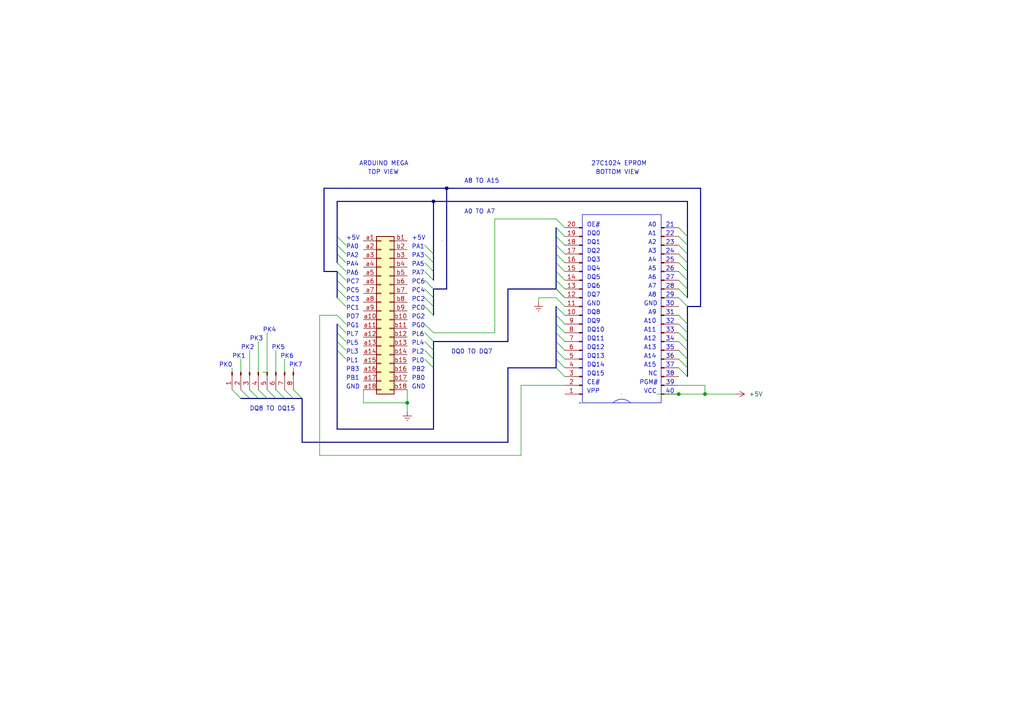
<source format=kicad_sch>
(kicad_sch (version 20230121) (generator eeschema)

  (uuid 73026d09-7fcf-4802-ae7e-465bcde54215)

  (paper "A4")

  (title_block
    (title "EPROM Reader 27C1024")
    (date "2024-02-15")
    (company "GUSTAVO MURTA")
  )

  (lib_symbols
    (symbol "Conn_01x20_Pin_1" (pin_numbers hide) (pin_names (offset 1.016) hide) (in_bom yes) (on_board yes)
      (property "Reference" "J" (at 0 25.4 0)
        (effects (font (size 1.27 1.27)))
      )
      (property "Value" "Conn_01x20_Pin" (at 0 -27.94 0)
        (effects (font (size 1.27 1.27)))
      )
      (property "Footprint" "" (at 0 0 0)
        (effects (font (size 1.27 1.27)) hide)
      )
      (property "Datasheet" "~" (at 0 0 0)
        (effects (font (size 1.27 1.27)) hide)
      )
      (property "ki_locked" "" (at 0 0 0)
        (effects (font (size 1.27 1.27)))
      )
      (property "ki_keywords" "connector" (at 0 0 0)
        (effects (font (size 1.27 1.27)) hide)
      )
      (property "ki_description" "Generic connector, single row, 01x20, script generated" (at 0 0 0)
        (effects (font (size 1.27 1.27)) hide)
      )
      (property "ki_fp_filters" "Connector*:*_1x??_*" (at 0 0 0)
        (effects (font (size 1.27 1.27)) hide)
      )
      (symbol "Conn_01x20_Pin_1_1_1"
        (polyline
          (pts
            (xy 1.27 -25.4)
            (xy 0.8636 -25.4)
          )
          (stroke (width 0.1524) (type default))
          (fill (type none))
        )
        (polyline
          (pts
            (xy 1.27 -22.86)
            (xy 0.8636 -22.86)
          )
          (stroke (width 0.1524) (type default))
          (fill (type none))
        )
        (polyline
          (pts
            (xy 1.27 -20.32)
            (xy 0.8636 -20.32)
          )
          (stroke (width 0.1524) (type default))
          (fill (type none))
        )
        (polyline
          (pts
            (xy 1.27 -17.78)
            (xy 0.8636 -17.78)
          )
          (stroke (width 0.1524) (type default))
          (fill (type none))
        )
        (polyline
          (pts
            (xy 1.27 -15.24)
            (xy 0.8636 -15.24)
          )
          (stroke (width 0.1524) (type default))
          (fill (type none))
        )
        (polyline
          (pts
            (xy 1.27 -12.7)
            (xy 0.8636 -12.7)
          )
          (stroke (width 0.1524) (type default))
          (fill (type none))
        )
        (polyline
          (pts
            (xy 1.27 -10.16)
            (xy 0.8636 -10.16)
          )
          (stroke (width 0.1524) (type default))
          (fill (type none))
        )
        (polyline
          (pts
            (xy 1.27 -7.62)
            (xy 0.8636 -7.62)
          )
          (stroke (width 0.1524) (type default))
          (fill (type none))
        )
        (polyline
          (pts
            (xy 1.27 -5.08)
            (xy 0.8636 -5.08)
          )
          (stroke (width 0.1524) (type default))
          (fill (type none))
        )
        (polyline
          (pts
            (xy 1.27 -2.54)
            (xy 0.8636 -2.54)
          )
          (stroke (width 0.1524) (type default))
          (fill (type none))
        )
        (polyline
          (pts
            (xy 1.27 0)
            (xy 0.8636 0)
          )
          (stroke (width 0.1524) (type default))
          (fill (type none))
        )
        (polyline
          (pts
            (xy 1.27 2.54)
            (xy 0.8636 2.54)
          )
          (stroke (width 0.1524) (type default))
          (fill (type none))
        )
        (polyline
          (pts
            (xy 1.27 5.08)
            (xy 0.8636 5.08)
          )
          (stroke (width 0.1524) (type default))
          (fill (type none))
        )
        (polyline
          (pts
            (xy 1.27 7.62)
            (xy 0.8636 7.62)
          )
          (stroke (width 0.1524) (type default))
          (fill (type none))
        )
        (polyline
          (pts
            (xy 1.27 10.16)
            (xy 0.8636 10.16)
          )
          (stroke (width 0.1524) (type default))
          (fill (type none))
        )
        (polyline
          (pts
            (xy 1.27 12.7)
            (xy 0.8636 12.7)
          )
          (stroke (width 0.1524) (type default))
          (fill (type none))
        )
        (polyline
          (pts
            (xy 1.27 15.24)
            (xy 0.8636 15.24)
          )
          (stroke (width 0.1524) (type default))
          (fill (type none))
        )
        (polyline
          (pts
            (xy 1.27 17.78)
            (xy 0.8636 17.78)
          )
          (stroke (width 0.1524) (type default))
          (fill (type none))
        )
        (polyline
          (pts
            (xy 1.27 20.32)
            (xy 0.8636 20.32)
          )
          (stroke (width 0.1524) (type default))
          (fill (type none))
        )
        (polyline
          (pts
            (xy 1.27 22.86)
            (xy 0.8636 22.86)
          )
          (stroke (width 0.1524) (type default))
          (fill (type none))
        )
        (rectangle (start 0.8636 -25.273) (end 0 -25.527)
          (stroke (width 0.1524) (type default))
          (fill (type outline))
        )
        (rectangle (start 0.8636 -22.733) (end 0 -22.987)
          (stroke (width 0.1524) (type default))
          (fill (type outline))
        )
        (rectangle (start 0.8636 -20.193) (end 0 -20.447)
          (stroke (width 0.1524) (type default))
          (fill (type outline))
        )
        (rectangle (start 0.8636 -17.653) (end 0 -17.907)
          (stroke (width 0.1524) (type default))
          (fill (type outline))
        )
        (rectangle (start 0.8636 -15.113) (end 0 -15.367)
          (stroke (width 0.1524) (type default))
          (fill (type outline))
        )
        (rectangle (start 0.8636 -12.573) (end 0 -12.827)
          (stroke (width 0.1524) (type default))
          (fill (type outline))
        )
        (rectangle (start 0.8636 -10.033) (end 0 -10.287)
          (stroke (width 0.1524) (type default))
          (fill (type outline))
        )
        (rectangle (start 0.8636 -7.493) (end 0 -7.747)
          (stroke (width 0.1524) (type default))
          (fill (type outline))
        )
        (rectangle (start 0.8636 -4.953) (end 0 -5.207)
          (stroke (width 0.1524) (type default))
          (fill (type outline))
        )
        (rectangle (start 0.8636 -2.413) (end 0 -2.667)
          (stroke (width 0.1524) (type default))
          (fill (type outline))
        )
        (rectangle (start 0.8636 0.127) (end 0 -0.127)
          (stroke (width 0.1524) (type default))
          (fill (type outline))
        )
        (rectangle (start 0.8636 2.667) (end 0 2.413)
          (stroke (width 0.1524) (type default))
          (fill (type outline))
        )
        (rectangle (start 0.8636 5.207) (end 0 4.953)
          (stroke (width 0.1524) (type default))
          (fill (type outline))
        )
        (rectangle (start 0.8636 7.747) (end 0 7.493)
          (stroke (width 0.1524) (type default))
          (fill (type outline))
        )
        (rectangle (start 0.8636 10.287) (end 0 10.033)
          (stroke (width 0.1524) (type default))
          (fill (type outline))
        )
        (rectangle (start 0.8636 12.827) (end 0 12.573)
          (stroke (width 0.1524) (type default))
          (fill (type outline))
        )
        (rectangle (start 0.8636 15.367) (end 0 15.113)
          (stroke (width 0.1524) (type default))
          (fill (type outline))
        )
        (rectangle (start 0.8636 17.907) (end 0 17.653)
          (stroke (width 0.1524) (type default))
          (fill (type outline))
        )
        (rectangle (start 0.8636 20.447) (end 0 20.193)
          (stroke (width 0.1524) (type default))
          (fill (type outline))
        )
        (rectangle (start 0.8636 22.987) (end 0 22.733)
          (stroke (width 0.1524) (type default))
          (fill (type outline))
        )
        (pin passive line (at 5.08 22.86 180) (length 3.81)
          (name "Pin_1" (effects (font (size 1.27 1.27))))
          (number "1" (effects (font (size 1.27 1.27))))
        )
        (pin passive line (at 5.08 0 180) (length 3.81)
          (name "Pin_10" (effects (font (size 1.27 1.27))))
          (number "10" (effects (font (size 1.27 1.27))))
        )
        (pin passive line (at 5.08 -2.54 180) (length 3.81)
          (name "Pin_11" (effects (font (size 1.27 1.27))))
          (number "11" (effects (font (size 1.27 1.27))))
        )
        (pin passive line (at 5.08 -5.08 180) (length 3.81)
          (name "Pin_12" (effects (font (size 1.27 1.27))))
          (number "12" (effects (font (size 1.27 1.27))))
        )
        (pin passive line (at 5.08 -7.62 180) (length 3.81)
          (name "Pin_13" (effects (font (size 1.27 1.27))))
          (number "13" (effects (font (size 1.27 1.27))))
        )
        (pin passive line (at 5.08 -10.16 180) (length 3.81)
          (name "Pin_14" (effects (font (size 1.27 1.27))))
          (number "14" (effects (font (size 1.27 1.27))))
        )
        (pin passive line (at 5.08 -12.7 180) (length 3.81)
          (name "Pin_15" (effects (font (size 1.27 1.27))))
          (number "15" (effects (font (size 1.27 1.27))))
        )
        (pin passive line (at 5.08 -15.24 180) (length 3.81)
          (name "Pin_16" (effects (font (size 1.27 1.27))))
          (number "16" (effects (font (size 1.27 1.27))))
        )
        (pin passive line (at 5.08 -17.78 180) (length 3.81)
          (name "Pin_17" (effects (font (size 1.27 1.27))))
          (number "17" (effects (font (size 1.27 1.27))))
        )
        (pin passive line (at 5.08 -20.32 180) (length 3.81)
          (name "Pin_18" (effects (font (size 1.27 1.27))))
          (number "18" (effects (font (size 1.27 1.27))))
        )
        (pin passive line (at 5.08 -22.86 180) (length 3.81)
          (name "Pin_19" (effects (font (size 1.27 1.27))))
          (number "19" (effects (font (size 1.27 1.27))))
        )
        (pin passive line (at 5.08 20.32 180) (length 3.81)
          (name "Pin_2" (effects (font (size 1.27 1.27))))
          (number "2" (effects (font (size 1.27 1.27))))
        )
        (pin passive line (at 5.08 -25.4 180) (length 3.81)
          (name "Pin_20" (effects (font (size 1.27 1.27))))
          (number "20" (effects (font (size 1.27 1.27))))
        )
        (pin passive line (at 5.08 17.78 180) (length 3.81)
          (name "Pin_3" (effects (font (size 1.27 1.27))))
          (number "3" (effects (font (size 1.27 1.27))))
        )
        (pin passive line (at 5.08 15.24 180) (length 3.81)
          (name "Pin_4" (effects (font (size 1.27 1.27))))
          (number "4" (effects (font (size 1.27 1.27))))
        )
        (pin passive line (at 5.08 12.7 180) (length 3.81)
          (name "Pin_5" (effects (font (size 1.27 1.27))))
          (number "5" (effects (font (size 1.27 1.27))))
        )
        (pin passive line (at 5.08 10.16 180) (length 3.81)
          (name "Pin_6" (effects (font (size 1.27 1.27))))
          (number "6" (effects (font (size 1.27 1.27))))
        )
        (pin passive line (at 5.08 7.62 180) (length 3.81)
          (name "Pin_7" (effects (font (size 1.27 1.27))))
          (number "7" (effects (font (size 1.27 1.27))))
        )
        (pin passive line (at 5.08 5.08 180) (length 3.81)
          (name "Pin_8" (effects (font (size 1.27 1.27))))
          (number "8" (effects (font (size 1.27 1.27))))
        )
        (pin passive line (at 5.08 2.54 180) (length 3.81)
          (name "Pin_9" (effects (font (size 1.27 1.27))))
          (number "9" (effects (font (size 1.27 1.27))))
        )
      )
    )
    (symbol "Connector:Conn_01x08_Pin" (pin_names (offset 1.016) hide) (in_bom yes) (on_board yes)
      (property "Reference" "J" (at 0 10.16 0)
        (effects (font (size 1.27 1.27)))
      )
      (property "Value" "Conn_01x08_Pin" (at 0 -12.7 0)
        (effects (font (size 1.27 1.27)))
      )
      (property "Footprint" "" (at 0 0 0)
        (effects (font (size 1.27 1.27)) hide)
      )
      (property "Datasheet" "~" (at 0 0 0)
        (effects (font (size 1.27 1.27)) hide)
      )
      (property "ki_locked" "" (at 0 0 0)
        (effects (font (size 1.27 1.27)))
      )
      (property "ki_keywords" "connector" (at 0 0 0)
        (effects (font (size 1.27 1.27)) hide)
      )
      (property "ki_description" "Generic connector, single row, 01x08, script generated" (at 0 0 0)
        (effects (font (size 1.27 1.27)) hide)
      )
      (property "ki_fp_filters" "Connector*:*_1x??_*" (at 0 0 0)
        (effects (font (size 1.27 1.27)) hide)
      )
      (symbol "Conn_01x08_Pin_1_1"
        (polyline
          (pts
            (xy 1.27 -10.16)
            (xy 0.8636 -10.16)
          )
          (stroke (width 0.1524) (type default))
          (fill (type none))
        )
        (polyline
          (pts
            (xy 1.27 -7.62)
            (xy 0.8636 -7.62)
          )
          (stroke (width 0.1524) (type default))
          (fill (type none))
        )
        (polyline
          (pts
            (xy 1.27 -5.08)
            (xy 0.8636 -5.08)
          )
          (stroke (width 0.1524) (type default))
          (fill (type none))
        )
        (polyline
          (pts
            (xy 1.27 -2.54)
            (xy 0.8636 -2.54)
          )
          (stroke (width 0.1524) (type default))
          (fill (type none))
        )
        (polyline
          (pts
            (xy 1.27 0)
            (xy 0.8636 0)
          )
          (stroke (width 0.1524) (type default))
          (fill (type none))
        )
        (polyline
          (pts
            (xy 1.27 2.54)
            (xy 0.8636 2.54)
          )
          (stroke (width 0.1524) (type default))
          (fill (type none))
        )
        (polyline
          (pts
            (xy 1.27 5.08)
            (xy 0.8636 5.08)
          )
          (stroke (width 0.1524) (type default))
          (fill (type none))
        )
        (polyline
          (pts
            (xy 1.27 7.62)
            (xy 0.8636 7.62)
          )
          (stroke (width 0.1524) (type default))
          (fill (type none))
        )
        (rectangle (start 0.8636 -10.033) (end 0 -10.287)
          (stroke (width 0.1524) (type default))
          (fill (type outline))
        )
        (rectangle (start 0.8636 -7.493) (end 0 -7.747)
          (stroke (width 0.1524) (type default))
          (fill (type outline))
        )
        (rectangle (start 0.8636 -4.953) (end 0 -5.207)
          (stroke (width 0.1524) (type default))
          (fill (type outline))
        )
        (rectangle (start 0.8636 -2.413) (end 0 -2.667)
          (stroke (width 0.1524) (type default))
          (fill (type outline))
        )
        (rectangle (start 0.8636 0.127) (end 0 -0.127)
          (stroke (width 0.1524) (type default))
          (fill (type outline))
        )
        (rectangle (start 0.8636 2.667) (end 0 2.413)
          (stroke (width 0.1524) (type default))
          (fill (type outline))
        )
        (rectangle (start 0.8636 5.207) (end 0 4.953)
          (stroke (width 0.1524) (type default))
          (fill (type outline))
        )
        (rectangle (start 0.8636 7.747) (end 0 7.493)
          (stroke (width 0.1524) (type default))
          (fill (type outline))
        )
        (pin passive line (at 5.08 7.62 180) (length 3.81)
          (name "Pin_1" (effects (font (size 1.27 1.27))))
          (number "1" (effects (font (size 1.27 1.27))))
        )
        (pin passive line (at 5.08 5.08 180) (length 3.81)
          (name "Pin_2" (effects (font (size 1.27 1.27))))
          (number "2" (effects (font (size 1.27 1.27))))
        )
        (pin passive line (at 5.08 2.54 180) (length 3.81)
          (name "Pin_3" (effects (font (size 1.27 1.27))))
          (number "3" (effects (font (size 1.27 1.27))))
        )
        (pin passive line (at 5.08 0 180) (length 3.81)
          (name "Pin_4" (effects (font (size 1.27 1.27))))
          (number "4" (effects (font (size 1.27 1.27))))
        )
        (pin passive line (at 5.08 -2.54 180) (length 3.81)
          (name "Pin_5" (effects (font (size 1.27 1.27))))
          (number "5" (effects (font (size 1.27 1.27))))
        )
        (pin passive line (at 5.08 -5.08 180) (length 3.81)
          (name "Pin_6" (effects (font (size 1.27 1.27))))
          (number "6" (effects (font (size 1.27 1.27))))
        )
        (pin passive line (at 5.08 -7.62 180) (length 3.81)
          (name "Pin_7" (effects (font (size 1.27 1.27))))
          (number "7" (effects (font (size 1.27 1.27))))
        )
        (pin passive line (at 5.08 -10.16 180) (length 3.81)
          (name "Pin_8" (effects (font (size 1.27 1.27))))
          (number "8" (effects (font (size 1.27 1.27))))
        )
      )
    )
    (symbol "Connector:Conn_01x20_Pin" (pin_names (offset 1.016) hide) (in_bom yes) (on_board yes)
      (property "Reference" "J" (at 0 25.4 0)
        (effects (font (size 1.27 1.27)))
      )
      (property "Value" "Conn_01x20_Pin" (at 0 -27.94 0)
        (effects (font (size 1.27 1.27)))
      )
      (property "Footprint" "" (at 0 0 0)
        (effects (font (size 1.27 1.27)) hide)
      )
      (property "Datasheet" "~" (at 0 0 0)
        (effects (font (size 1.27 1.27)) hide)
      )
      (property "ki_locked" "" (at 0 0 0)
        (effects (font (size 1.27 1.27)))
      )
      (property "ki_keywords" "connector" (at 0 0 0)
        (effects (font (size 1.27 1.27)) hide)
      )
      (property "ki_description" "Generic connector, single row, 01x20, script generated" (at 0 0 0)
        (effects (font (size 1.27 1.27)) hide)
      )
      (property "ki_fp_filters" "Connector*:*_1x??_*" (at 0 0 0)
        (effects (font (size 1.27 1.27)) hide)
      )
      (symbol "Conn_01x20_Pin_1_1"
        (polyline
          (pts
            (xy 1.27 -25.4)
            (xy 0.8636 -25.4)
          )
          (stroke (width 0.1524) (type default))
          (fill (type none))
        )
        (polyline
          (pts
            (xy 1.27 -22.86)
            (xy 0.8636 -22.86)
          )
          (stroke (width 0.1524) (type default))
          (fill (type none))
        )
        (polyline
          (pts
            (xy 1.27 -20.32)
            (xy 0.8636 -20.32)
          )
          (stroke (width 0.1524) (type default))
          (fill (type none))
        )
        (polyline
          (pts
            (xy 1.27 -17.78)
            (xy 0.8636 -17.78)
          )
          (stroke (width 0.1524) (type default))
          (fill (type none))
        )
        (polyline
          (pts
            (xy 1.27 -15.24)
            (xy 0.8636 -15.24)
          )
          (stroke (width 0.1524) (type default))
          (fill (type none))
        )
        (polyline
          (pts
            (xy 1.27 -12.7)
            (xy 0.8636 -12.7)
          )
          (stroke (width 0.1524) (type default))
          (fill (type none))
        )
        (polyline
          (pts
            (xy 1.27 -10.16)
            (xy 0.8636 -10.16)
          )
          (stroke (width 0.1524) (type default))
          (fill (type none))
        )
        (polyline
          (pts
            (xy 1.27 -7.62)
            (xy 0.8636 -7.62)
          )
          (stroke (width 0.1524) (type default))
          (fill (type none))
        )
        (polyline
          (pts
            (xy 1.27 -5.08)
            (xy 0.8636 -5.08)
          )
          (stroke (width 0.1524) (type default))
          (fill (type none))
        )
        (polyline
          (pts
            (xy 1.27 -2.54)
            (xy 0.8636 -2.54)
          )
          (stroke (width 0.1524) (type default))
          (fill (type none))
        )
        (polyline
          (pts
            (xy 1.27 0)
            (xy 0.8636 0)
          )
          (stroke (width 0.1524) (type default))
          (fill (type none))
        )
        (polyline
          (pts
            (xy 1.27 2.54)
            (xy 0.8636 2.54)
          )
          (stroke (width 0.1524) (type default))
          (fill (type none))
        )
        (polyline
          (pts
            (xy 1.27 5.08)
            (xy 0.8636 5.08)
          )
          (stroke (width 0.1524) (type default))
          (fill (type none))
        )
        (polyline
          (pts
            (xy 1.27 7.62)
            (xy 0.8636 7.62)
          )
          (stroke (width 0.1524) (type default))
          (fill (type none))
        )
        (polyline
          (pts
            (xy 1.27 10.16)
            (xy 0.8636 10.16)
          )
          (stroke (width 0.1524) (type default))
          (fill (type none))
        )
        (polyline
          (pts
            (xy 1.27 12.7)
            (xy 0.8636 12.7)
          )
          (stroke (width 0.1524) (type default))
          (fill (type none))
        )
        (polyline
          (pts
            (xy 1.27 15.24)
            (xy 0.8636 15.24)
          )
          (stroke (width 0.1524) (type default))
          (fill (type none))
        )
        (polyline
          (pts
            (xy 1.27 17.78)
            (xy 0.8636 17.78)
          )
          (stroke (width 0.1524) (type default))
          (fill (type none))
        )
        (polyline
          (pts
            (xy 1.27 20.32)
            (xy 0.8636 20.32)
          )
          (stroke (width 0.1524) (type default))
          (fill (type none))
        )
        (polyline
          (pts
            (xy 1.27 22.86)
            (xy 0.8636 22.86)
          )
          (stroke (width 0.1524) (type default))
          (fill (type none))
        )
        (rectangle (start 0.8636 -25.273) (end 0 -25.527)
          (stroke (width 0.1524) (type default))
          (fill (type outline))
        )
        (rectangle (start 0.8636 -22.733) (end 0 -22.987)
          (stroke (width 0.1524) (type default))
          (fill (type outline))
        )
        (rectangle (start 0.8636 -20.193) (end 0 -20.447)
          (stroke (width 0.1524) (type default))
          (fill (type outline))
        )
        (rectangle (start 0.8636 -17.653) (end 0 -17.907)
          (stroke (width 0.1524) (type default))
          (fill (type outline))
        )
        (rectangle (start 0.8636 -15.113) (end 0 -15.367)
          (stroke (width 0.1524) (type default))
          (fill (type outline))
        )
        (rectangle (start 0.8636 -12.573) (end 0 -12.827)
          (stroke (width 0.1524) (type default))
          (fill (type outline))
        )
        (rectangle (start 0.8636 -10.033) (end 0 -10.287)
          (stroke (width 0.1524) (type default))
          (fill (type outline))
        )
        (rectangle (start 0.8636 -7.493) (end 0 -7.747)
          (stroke (width 0.1524) (type default))
          (fill (type outline))
        )
        (rectangle (start 0.8636 -4.953) (end 0 -5.207)
          (stroke (width 0.1524) (type default))
          (fill (type outline))
        )
        (rectangle (start 0.8636 -2.413) (end 0 -2.667)
          (stroke (width 0.1524) (type default))
          (fill (type outline))
        )
        (rectangle (start 0.8636 0.127) (end 0 -0.127)
          (stroke (width 0.1524) (type default))
          (fill (type outline))
        )
        (rectangle (start 0.8636 2.667) (end 0 2.413)
          (stroke (width 0.1524) (type default))
          (fill (type outline))
        )
        (rectangle (start 0.8636 5.207) (end 0 4.953)
          (stroke (width 0.1524) (type default))
          (fill (type outline))
        )
        (rectangle (start 0.8636 7.747) (end 0 7.493)
          (stroke (width 0.1524) (type default))
          (fill (type outline))
        )
        (rectangle (start 0.8636 10.287) (end 0 10.033)
          (stroke (width 0.1524) (type default))
          (fill (type outline))
        )
        (rectangle (start 0.8636 12.827) (end 0 12.573)
          (stroke (width 0.1524) (type default))
          (fill (type outline))
        )
        (rectangle (start 0.8636 15.367) (end 0 15.113)
          (stroke (width 0.1524) (type default))
          (fill (type outline))
        )
        (rectangle (start 0.8636 17.907) (end 0 17.653)
          (stroke (width 0.1524) (type default))
          (fill (type outline))
        )
        (rectangle (start 0.8636 20.447) (end 0 20.193)
          (stroke (width 0.1524) (type default))
          (fill (type outline))
        )
        (rectangle (start 0.8636 22.987) (end 0 22.733)
          (stroke (width 0.1524) (type default))
          (fill (type outline))
        )
        (pin passive line (at 5.08 22.86 180) (length 3.81)
          (name "Pin_1" (effects (font (size 1.27 1.27))))
          (number "1" (effects (font (size 1.27 1.27))))
        )
        (pin passive line (at 5.08 0 180) (length 3.81)
          (name "Pin_10" (effects (font (size 1.27 1.27))))
          (number "10" (effects (font (size 1.27 1.27))))
        )
        (pin passive line (at 5.08 -2.54 180) (length 3.81)
          (name "Pin_11" (effects (font (size 1.27 1.27))))
          (number "11" (effects (font (size 1.27 1.27))))
        )
        (pin passive line (at 5.08 -5.08 180) (length 3.81)
          (name "Pin_12" (effects (font (size 1.27 1.27))))
          (number "12" (effects (font (size 1.27 1.27))))
        )
        (pin passive line (at 5.08 -7.62 180) (length 3.81)
          (name "Pin_13" (effects (font (size 1.27 1.27))))
          (number "13" (effects (font (size 1.27 1.27))))
        )
        (pin passive line (at 5.08 -10.16 180) (length 3.81)
          (name "Pin_14" (effects (font (size 1.27 1.27))))
          (number "14" (effects (font (size 1.27 1.27))))
        )
        (pin passive line (at 5.08 -12.7 180) (length 3.81)
          (name "Pin_15" (effects (font (size 1.27 1.27))))
          (number "15" (effects (font (size 1.27 1.27))))
        )
        (pin passive line (at 5.08 -15.24 180) (length 3.81)
          (name "Pin_16" (effects (font (size 1.27 1.27))))
          (number "16" (effects (font (size 1.27 1.27))))
        )
        (pin passive line (at 5.08 -17.78 180) (length 3.81)
          (name "Pin_17" (effects (font (size 1.27 1.27))))
          (number "17" (effects (font (size 1.27 1.27))))
        )
        (pin passive line (at 5.08 -20.32 180) (length 3.81)
          (name "Pin_18" (effects (font (size 1.27 1.27))))
          (number "18" (effects (font (size 1.27 1.27))))
        )
        (pin passive line (at 5.08 -22.86 180) (length 3.81)
          (name "Pin_19" (effects (font (size 1.27 1.27))))
          (number "19" (effects (font (size 1.27 1.27))))
        )
        (pin passive line (at 5.08 20.32 180) (length 3.81)
          (name "Pin_2" (effects (font (size 1.27 1.27))))
          (number "2" (effects (font (size 1.27 1.27))))
        )
        (pin passive line (at 5.08 -25.4 180) (length 3.81)
          (name "Pin_20" (effects (font (size 1.27 1.27))))
          (number "20" (effects (font (size 1.27 1.27))))
        )
        (pin passive line (at 5.08 17.78 180) (length 3.81)
          (name "Pin_3" (effects (font (size 1.27 1.27))))
          (number "3" (effects (font (size 1.27 1.27))))
        )
        (pin passive line (at 5.08 15.24 180) (length 3.81)
          (name "Pin_4" (effects (font (size 1.27 1.27))))
          (number "4" (effects (font (size 1.27 1.27))))
        )
        (pin passive line (at 5.08 12.7 180) (length 3.81)
          (name "Pin_5" (effects (font (size 1.27 1.27))))
          (number "5" (effects (font (size 1.27 1.27))))
        )
        (pin passive line (at 5.08 10.16 180) (length 3.81)
          (name "Pin_6" (effects (font (size 1.27 1.27))))
          (number "6" (effects (font (size 1.27 1.27))))
        )
        (pin passive line (at 5.08 7.62 180) (length 3.81)
          (name "Pin_7" (effects (font (size 1.27 1.27))))
          (number "7" (effects (font (size 1.27 1.27))))
        )
        (pin passive line (at 5.08 5.08 180) (length 3.81)
          (name "Pin_8" (effects (font (size 1.27 1.27))))
          (number "8" (effects (font (size 1.27 1.27))))
        )
        (pin passive line (at 5.08 2.54 180) (length 3.81)
          (name "Pin_9" (effects (font (size 1.27 1.27))))
          (number "9" (effects (font (size 1.27 1.27))))
        )
      )
    )
    (symbol "Connector_Generic:Conn_02x18_Row_Letter_First" (pin_names (offset 1.016) hide) (in_bom yes) (on_board yes)
      (property "Reference" "J" (at 1.27 22.86 0)
        (effects (font (size 1.27 1.27)))
      )
      (property "Value" "Conn_02x18_Row_Letter_First" (at 1.27 -25.4 0)
        (effects (font (size 1.27 1.27)))
      )
      (property "Footprint" "" (at 0 0 0)
        (effects (font (size 1.27 1.27)) hide)
      )
      (property "Datasheet" "~" (at 0 0 0)
        (effects (font (size 1.27 1.27)) hide)
      )
      (property "ki_keywords" "connector" (at 0 0 0)
        (effects (font (size 1.27 1.27)) hide)
      )
      (property "ki_description" "Generic connector, double row, 02x18, row letter first pin numbering scheme (pin number consists of a letter for the row and a number for the pin index in this row. a1, ..., aN; b1, ..., bN), script generated (kicad-library-utils/schlib/autogen/connector/)" (at 0 0 0)
        (effects (font (size 1.27 1.27)) hide)
      )
      (property "ki_fp_filters" "Connector*:*_2x??_*" (at 0 0 0)
        (effects (font (size 1.27 1.27)) hide)
      )
      (symbol "Conn_02x18_Row_Letter_First_1_1"
        (rectangle (start -1.27 -22.733) (end 0 -22.987)
          (stroke (width 0.1524) (type default))
          (fill (type none))
        )
        (rectangle (start -1.27 -20.193) (end 0 -20.447)
          (stroke (width 0.1524) (type default))
          (fill (type none))
        )
        (rectangle (start -1.27 -17.653) (end 0 -17.907)
          (stroke (width 0.1524) (type default))
          (fill (type none))
        )
        (rectangle (start -1.27 -15.113) (end 0 -15.367)
          (stroke (width 0.1524) (type default))
          (fill (type none))
        )
        (rectangle (start -1.27 -12.573) (end 0 -12.827)
          (stroke (width 0.1524) (type default))
          (fill (type none))
        )
        (rectangle (start -1.27 -10.033) (end 0 -10.287)
          (stroke (width 0.1524) (type default))
          (fill (type none))
        )
        (rectangle (start -1.27 -7.493) (end 0 -7.747)
          (stroke (width 0.1524) (type default))
          (fill (type none))
        )
        (rectangle (start -1.27 -4.953) (end 0 -5.207)
          (stroke (width 0.1524) (type default))
          (fill (type none))
        )
        (rectangle (start -1.27 -2.413) (end 0 -2.667)
          (stroke (width 0.1524) (type default))
          (fill (type none))
        )
        (rectangle (start -1.27 0.127) (end 0 -0.127)
          (stroke (width 0.1524) (type default))
          (fill (type none))
        )
        (rectangle (start -1.27 2.667) (end 0 2.413)
          (stroke (width 0.1524) (type default))
          (fill (type none))
        )
        (rectangle (start -1.27 5.207) (end 0 4.953)
          (stroke (width 0.1524) (type default))
          (fill (type none))
        )
        (rectangle (start -1.27 7.747) (end 0 7.493)
          (stroke (width 0.1524) (type default))
          (fill (type none))
        )
        (rectangle (start -1.27 10.287) (end 0 10.033)
          (stroke (width 0.1524) (type default))
          (fill (type none))
        )
        (rectangle (start -1.27 12.827) (end 0 12.573)
          (stroke (width 0.1524) (type default))
          (fill (type none))
        )
        (rectangle (start -1.27 15.367) (end 0 15.113)
          (stroke (width 0.1524) (type default))
          (fill (type none))
        )
        (rectangle (start -1.27 17.907) (end 0 17.653)
          (stroke (width 0.1524) (type default))
          (fill (type none))
        )
        (rectangle (start -1.27 20.447) (end 0 20.193)
          (stroke (width 0.1524) (type default))
          (fill (type none))
        )
        (rectangle (start -1.27 21.59) (end 3.81 -24.13)
          (stroke (width 0.254) (type default))
          (fill (type background))
        )
        (rectangle (start 3.81 -22.733) (end 2.54 -22.987)
          (stroke (width 0.1524) (type default))
          (fill (type none))
        )
        (rectangle (start 3.81 -20.193) (end 2.54 -20.447)
          (stroke (width 0.1524) (type default))
          (fill (type none))
        )
        (rectangle (start 3.81 -17.653) (end 2.54 -17.907)
          (stroke (width 0.1524) (type default))
          (fill (type none))
        )
        (rectangle (start 3.81 -15.113) (end 2.54 -15.367)
          (stroke (width 0.1524) (type default))
          (fill (type none))
        )
        (rectangle (start 3.81 -12.573) (end 2.54 -12.827)
          (stroke (width 0.1524) (type default))
          (fill (type none))
        )
        (rectangle (start 3.81 -10.033) (end 2.54 -10.287)
          (stroke (width 0.1524) (type default))
          (fill (type none))
        )
        (rectangle (start 3.81 -7.493) (end 2.54 -7.747)
          (stroke (width 0.1524) (type default))
          (fill (type none))
        )
        (rectangle (start 3.81 -4.953) (end 2.54 -5.207)
          (stroke (width 0.1524) (type default))
          (fill (type none))
        )
        (rectangle (start 3.81 -2.413) (end 2.54 -2.667)
          (stroke (width 0.1524) (type default))
          (fill (type none))
        )
        (rectangle (start 3.81 0.127) (end 2.54 -0.127)
          (stroke (width 0.1524) (type default))
          (fill (type none))
        )
        (rectangle (start 3.81 2.667) (end 2.54 2.413)
          (stroke (width 0.1524) (type default))
          (fill (type none))
        )
        (rectangle (start 3.81 5.207) (end 2.54 4.953)
          (stroke (width 0.1524) (type default))
          (fill (type none))
        )
        (rectangle (start 3.81 7.747) (end 2.54 7.493)
          (stroke (width 0.1524) (type default))
          (fill (type none))
        )
        (rectangle (start 3.81 10.287) (end 2.54 10.033)
          (stroke (width 0.1524) (type default))
          (fill (type none))
        )
        (rectangle (start 3.81 12.827) (end 2.54 12.573)
          (stroke (width 0.1524) (type default))
          (fill (type none))
        )
        (rectangle (start 3.81 15.367) (end 2.54 15.113)
          (stroke (width 0.1524) (type default))
          (fill (type none))
        )
        (rectangle (start 3.81 17.907) (end 2.54 17.653)
          (stroke (width 0.1524) (type default))
          (fill (type none))
        )
        (rectangle (start 3.81 20.447) (end 2.54 20.193)
          (stroke (width 0.1524) (type default))
          (fill (type none))
        )
        (pin passive line (at -5.08 20.32 0) (length 3.81)
          (name "Pin_a1" (effects (font (size 1.27 1.27))))
          (number "a1" (effects (font (size 1.27 1.27))))
        )
        (pin passive line (at -5.08 -2.54 0) (length 3.81)
          (name "Pin_a10" (effects (font (size 1.27 1.27))))
          (number "a10" (effects (font (size 1.27 1.27))))
        )
        (pin passive line (at -5.08 -5.08 0) (length 3.81)
          (name "Pin_a11" (effects (font (size 1.27 1.27))))
          (number "a11" (effects (font (size 1.27 1.27))))
        )
        (pin passive line (at -5.08 -7.62 0) (length 3.81)
          (name "Pin_a12" (effects (font (size 1.27 1.27))))
          (number "a12" (effects (font (size 1.27 1.27))))
        )
        (pin passive line (at -5.08 -10.16 0) (length 3.81)
          (name "Pin_a13" (effects (font (size 1.27 1.27))))
          (number "a13" (effects (font (size 1.27 1.27))))
        )
        (pin passive line (at -5.08 -12.7 0) (length 3.81)
          (name "Pin_a14" (effects (font (size 1.27 1.27))))
          (number "a14" (effects (font (size 1.27 1.27))))
        )
        (pin passive line (at -5.08 -15.24 0) (length 3.81)
          (name "Pin_a15" (effects (font (size 1.27 1.27))))
          (number "a15" (effects (font (size 1.27 1.27))))
        )
        (pin passive line (at -5.08 -17.78 0) (length 3.81)
          (name "Pin_a16" (effects (font (size 1.27 1.27))))
          (number "a16" (effects (font (size 1.27 1.27))))
        )
        (pin passive line (at -5.08 -20.32 0) (length 3.81)
          (name "Pin_a17" (effects (font (size 1.27 1.27))))
          (number "a17" (effects (font (size 1.27 1.27))))
        )
        (pin passive line (at -5.08 -22.86 0) (length 3.81)
          (name "Pin_a18" (effects (font (size 1.27 1.27))))
          (number "a18" (effects (font (size 1.27 1.27))))
        )
        (pin passive line (at -5.08 17.78 0) (length 3.81)
          (name "Pin_a2" (effects (font (size 1.27 1.27))))
          (number "a2" (effects (font (size 1.27 1.27))))
        )
        (pin passive line (at -5.08 15.24 0) (length 3.81)
          (name "Pin_a3" (effects (font (size 1.27 1.27))))
          (number "a3" (effects (font (size 1.27 1.27))))
        )
        (pin passive line (at -5.08 12.7 0) (length 3.81)
          (name "Pin_a4" (effects (font (size 1.27 1.27))))
          (number "a4" (effects (font (size 1.27 1.27))))
        )
        (pin passive line (at -5.08 10.16 0) (length 3.81)
          (name "Pin_a5" (effects (font (size 1.27 1.27))))
          (number "a5" (effects (font (size 1.27 1.27))))
        )
        (pin passive line (at -5.08 7.62 0) (length 3.81)
          (name "Pin_a6" (effects (font (size 1.27 1.27))))
          (number "a6" (effects (font (size 1.27 1.27))))
        )
        (pin passive line (at -5.08 5.08 0) (length 3.81)
          (name "Pin_a7" (effects (font (size 1.27 1.27))))
          (number "a7" (effects (font (size 1.27 1.27))))
        )
        (pin passive line (at -5.08 2.54 0) (length 3.81)
          (name "Pin_a8" (effects (font (size 1.27 1.27))))
          (number "a8" (effects (font (size 1.27 1.27))))
        )
        (pin passive line (at -5.08 0 0) (length 3.81)
          (name "Pin_a9" (effects (font (size 1.27 1.27))))
          (number "a9" (effects (font (size 1.27 1.27))))
        )
        (pin passive line (at 7.62 20.32 180) (length 3.81)
          (name "Pin_b1" (effects (font (size 1.27 1.27))))
          (number "b1" (effects (font (size 1.27 1.27))))
        )
        (pin passive line (at 7.62 -2.54 180) (length 3.81)
          (name "Pin_b10" (effects (font (size 1.27 1.27))))
          (number "b10" (effects (font (size 1.27 1.27))))
        )
        (pin passive line (at 7.62 -5.08 180) (length 3.81)
          (name "Pin_b11" (effects (font (size 1.27 1.27))))
          (number "b11" (effects (font (size 1.27 1.27))))
        )
        (pin passive line (at 7.62 -7.62 180) (length 3.81)
          (name "Pin_b12" (effects (font (size 1.27 1.27))))
          (number "b12" (effects (font (size 1.27 1.27))))
        )
        (pin passive line (at 7.62 -10.16 180) (length 3.81)
          (name "Pin_b13" (effects (font (size 1.27 1.27))))
          (number "b13" (effects (font (size 1.27 1.27))))
        )
        (pin passive line (at 7.62 -12.7 180) (length 3.81)
          (name "Pin_b14" (effects (font (size 1.27 1.27))))
          (number "b14" (effects (font (size 1.27 1.27))))
        )
        (pin passive line (at 7.62 -15.24 180) (length 3.81)
          (name "Pin_b15" (effects (font (size 1.27 1.27))))
          (number "b15" (effects (font (size 1.27 1.27))))
        )
        (pin passive line (at 7.62 -17.78 180) (length 3.81)
          (name "Pin_b16" (effects (font (size 1.27 1.27))))
          (number "b16" (effects (font (size 1.27 1.27))))
        )
        (pin passive line (at 7.62 -20.32 180) (length 3.81)
          (name "Pin_b17" (effects (font (size 1.27 1.27))))
          (number "b17" (effects (font (size 1.27 1.27))))
        )
        (pin passive line (at 7.62 -22.86 180) (length 3.81)
          (name "Pin_b18" (effects (font (size 1.27 1.27))))
          (number "b18" (effects (font (size 1.27 1.27))))
        )
        (pin passive line (at 7.62 17.78 180) (length 3.81)
          (name "Pin_b2" (effects (font (size 1.27 1.27))))
          (number "b2" (effects (font (size 1.27 1.27))))
        )
        (pin passive line (at 7.62 15.24 180) (length 3.81)
          (name "Pin_b3" (effects (font (size 1.27 1.27))))
          (number "b3" (effects (font (size 1.27 1.27))))
        )
        (pin passive line (at 7.62 12.7 180) (length 3.81)
          (name "Pin_b4" (effects (font (size 1.27 1.27))))
          (number "b4" (effects (font (size 1.27 1.27))))
        )
        (pin passive line (at 7.62 10.16 180) (length 3.81)
          (name "Pin_b5" (effects (font (size 1.27 1.27))))
          (number "b5" (effects (font (size 1.27 1.27))))
        )
        (pin passive line (at 7.62 7.62 180) (length 3.81)
          (name "Pin_b6" (effects (font (size 1.27 1.27))))
          (number "b6" (effects (font (size 1.27 1.27))))
        )
        (pin passive line (at 7.62 5.08 180) (length 3.81)
          (name "Pin_b7" (effects (font (size 1.27 1.27))))
          (number "b7" (effects (font (size 1.27 1.27))))
        )
        (pin passive line (at 7.62 2.54 180) (length 3.81)
          (name "Pin_b8" (effects (font (size 1.27 1.27))))
          (number "b8" (effects (font (size 1.27 1.27))))
        )
        (pin passive line (at 7.62 0 180) (length 3.81)
          (name "Pin_b9" (effects (font (size 1.27 1.27))))
          (number "b9" (effects (font (size 1.27 1.27))))
        )
      )
    )
    (symbol "power:+5V" (power) (pin_names (offset 0)) (in_bom yes) (on_board yes)
      (property "Reference" "#PWR" (at 0 -3.81 0)
        (effects (font (size 1.27 1.27)) hide)
      )
      (property "Value" "+5V" (at 0 3.556 0)
        (effects (font (size 1.27 1.27)))
      )
      (property "Footprint" "" (at 0 0 0)
        (effects (font (size 1.27 1.27)) hide)
      )
      (property "Datasheet" "" (at 0 0 0)
        (effects (font (size 1.27 1.27)) hide)
      )
      (property "ki_keywords" "global power" (at 0 0 0)
        (effects (font (size 1.27 1.27)) hide)
      )
      (property "ki_description" "Power symbol creates a global label with name \"+5V\"" (at 0 0 0)
        (effects (font (size 1.27 1.27)) hide)
      )
      (symbol "+5V_0_1"
        (polyline
          (pts
            (xy -0.762 1.27)
            (xy 0 2.54)
          )
          (stroke (width 0) (type default))
          (fill (type none))
        )
        (polyline
          (pts
            (xy 0 0)
            (xy 0 2.54)
          )
          (stroke (width 0) (type default))
          (fill (type none))
        )
        (polyline
          (pts
            (xy 0 2.54)
            (xy 0.762 1.27)
          )
          (stroke (width 0) (type default))
          (fill (type none))
        )
      )
      (symbol "+5V_1_1"
        (pin power_in line (at 0 0 90) (length 0) hide
          (name "+5V" (effects (font (size 1.27 1.27))))
          (number "1" (effects (font (size 1.27 1.27))))
        )
      )
    )
    (symbol "power:Earth" (power) (pin_names (offset 0)) (in_bom yes) (on_board yes)
      (property "Reference" "#PWR" (at 0 -6.35 0)
        (effects (font (size 1.27 1.27)) hide)
      )
      (property "Value" "Earth" (at 0 -3.81 0)
        (effects (font (size 1.27 1.27)) hide)
      )
      (property "Footprint" "" (at 0 0 0)
        (effects (font (size 1.27 1.27)) hide)
      )
      (property "Datasheet" "~" (at 0 0 0)
        (effects (font (size 1.27 1.27)) hide)
      )
      (property "ki_keywords" "global ground gnd" (at 0 0 0)
        (effects (font (size 1.27 1.27)) hide)
      )
      (property "ki_description" "Power symbol creates a global label with name \"Earth\"" (at 0 0 0)
        (effects (font (size 1.27 1.27)) hide)
      )
      (symbol "Earth_0_1"
        (polyline
          (pts
            (xy -0.635 -1.905)
            (xy 0.635 -1.905)
          )
          (stroke (width 0) (type default))
          (fill (type none))
        )
        (polyline
          (pts
            (xy -0.127 -2.54)
            (xy 0.127 -2.54)
          )
          (stroke (width 0) (type default))
          (fill (type none))
        )
        (polyline
          (pts
            (xy 0 -1.27)
            (xy 0 0)
          )
          (stroke (width 0) (type default))
          (fill (type none))
        )
        (polyline
          (pts
            (xy 1.27 -1.27)
            (xy -1.27 -1.27)
          )
          (stroke (width 0) (type default))
          (fill (type none))
        )
      )
      (symbol "Earth_1_1"
        (pin power_in line (at 0 0 270) (length 0) hide
          (name "Earth" (effects (font (size 1.27 1.27))))
          (number "1" (effects (font (size 1.27 1.27))))
        )
      )
    )
  )

  (junction (at 196.85 114.3) (diameter 0) (color 0 0 0 0)
    (uuid 7160a2ad-4ba7-4eca-a0d2-fe7b7fc87ce3)
  )
  (junction (at 125.73 58.42) (diameter 0) (color 0 0 0 0)
    (uuid 94f4b459-dc2c-421f-bd5c-a3486b286d71)
  )
  (junction (at 129.54 54.61) (diameter 0) (color 0 0 0 0)
    (uuid a0090ceb-f79d-4efc-b3fc-9c8414545d4b)
  )
  (junction (at 204.47 114.3) (diameter 0) (color 0 0 0 0)
    (uuid ae3d3f55-f8d6-4817-b1e5-6f3f9a5688a7)
  )
  (junction (at 118.11 116.84) (diameter 0) (color 0 0 0 0)
    (uuid c71f3f7e-78be-419b-a584-54e07aa4de95)
  )

  (bus_entry (at 72.39 113.03) (size 2.54 2.54)
    (stroke (width 0) (type default))
    (uuid 0418a93a-c965-4d2f-bad8-cc47899bbae1)
  )
  (bus_entry (at 123.19 78.74) (size 2.54 2.54)
    (stroke (width 0) (type default))
    (uuid 071b6351-e31a-4e9c-9e10-4ee55ac3359d)
  )
  (bus_entry (at 97.79 76.2) (size 2.54 2.54)
    (stroke (width 0) (type default))
    (uuid 094eaf55-1c76-454e-a64f-41d3a6482c15)
  )
  (bus_entry (at 97.79 78.74) (size 2.54 2.54)
    (stroke (width 0) (type default))
    (uuid 0f622416-193c-4e07-809f-d034ba0c1a5e)
  )
  (bus_entry (at 196.85 66.04) (size 2.54 2.54)
    (stroke (width 0) (type default))
    (uuid 131964e1-a5e5-4618-a3e7-e71ecf828b6d)
  )
  (bus_entry (at 161.29 73.66) (size 2.54 2.54)
    (stroke (width 0) (type default))
    (uuid 1933cbef-043a-4f2c-88dc-0ed2fc8b32be)
  )
  (bus_entry (at 196.85 93.98) (size 2.54 2.54)
    (stroke (width 0) (type default))
    (uuid 1d5551b6-0367-4d71-9af1-bb69d30b0bf3)
  )
  (bus_entry (at 97.79 71.12) (size 2.54 2.54)
    (stroke (width 0) (type default))
    (uuid 1ee8f749-dd94-47f3-a868-871bafdce195)
  )
  (bus_entry (at 123.19 73.66) (size 2.54 2.54)
    (stroke (width 0) (type default))
    (uuid 1f1d1dea-b4f2-4358-b0a2-25845b208acd)
  )
  (bus_entry (at 97.79 96.52) (size 2.54 2.54)
    (stroke (width 0) (type default))
    (uuid 2c645cd2-d5d3-40a2-a0a6-63bda2c54133)
  )
  (bus_entry (at 196.85 73.66) (size 2.54 2.54)
    (stroke (width 0) (type default))
    (uuid 3338469d-ce44-4854-84f9-5a73ef6d777c)
  )
  (bus_entry (at 74.93 113.03) (size 2.54 2.54)
    (stroke (width 0) (type default))
    (uuid 33b8ada2-0d9e-4893-88a4-ec4dff9ebc69)
  )
  (bus_entry (at 196.85 86.36) (size 2.54 2.54)
    (stroke (width 0) (type default))
    (uuid 35bc7fc1-5b84-4aa2-872a-7dd6ceb075a9)
  )
  (bus_entry (at 123.19 96.52) (size 2.54 2.54)
    (stroke (width 0) (type default))
    (uuid 3635b09d-876a-4bdd-a7c6-77e0e952cd03)
  )
  (bus_entry (at 196.85 81.28) (size 2.54 2.54)
    (stroke (width 0) (type default))
    (uuid 38721413-ee02-4a60-ad49-c2173deee6da)
  )
  (bus_entry (at 97.79 81.28) (size 2.54 2.54)
    (stroke (width 0) (type default))
    (uuid 3ebca1ea-cf5d-4a2c-b161-3bf8cdb3e3ae)
  )
  (bus_entry (at 161.29 76.2) (size 2.54 2.54)
    (stroke (width 0) (type default))
    (uuid 43fc587c-e33a-4c92-b0ad-44e174b5105e)
  )
  (bus_entry (at 196.85 71.12) (size 2.54 2.54)
    (stroke (width 0) (type default))
    (uuid 4745555e-a451-441e-b6a4-32235775d320)
  )
  (bus_entry (at 97.79 83.82) (size 2.54 2.54)
    (stroke (width 0) (type default))
    (uuid 5242dcf5-f2b0-4112-b3b5-f2deac38e54e)
  )
  (bus_entry (at 161.29 63.5) (size 2.54 2.54)
    (stroke (width 0) (type default))
    (uuid 55031360-6fb8-4dc6-b42e-48e640c8d9b4)
  )
  (bus_entry (at 97.79 101.6) (size 2.54 2.54)
    (stroke (width 0) (type default))
    (uuid 5d3e3440-5158-4845-aa0c-75ea58aee22c)
  )
  (bus_entry (at 123.19 86.36) (size 2.54 2.54)
    (stroke (width 0) (type default))
    (uuid 5db9c4b9-bcb9-4c57-94a4-f4d649892fa4)
  )
  (bus_entry (at 161.29 83.82) (size 2.54 2.54)
    (stroke (width 0) (type default))
    (uuid 5f147288-fb50-4761-b3bc-528cb1377913)
  )
  (bus_entry (at 161.29 81.28) (size 2.54 2.54)
    (stroke (width 0) (type default))
    (uuid 5f735bf5-2ee5-4ef6-b8d6-2f556a5a2dfc)
  )
  (bus_entry (at 161.29 91.44) (size 2.54 2.54)
    (stroke (width 0) (type default))
    (uuid 6bad4d68-6b16-4e81-bb89-06f618e8fae0)
  )
  (bus_entry (at 161.29 68.58) (size 2.54 2.54)
    (stroke (width 0) (type default))
    (uuid 754a06f9-a6d6-4f6d-acc3-1c293ec47402)
  )
  (bus_entry (at 161.29 66.04) (size 2.54 2.54)
    (stroke (width 0) (type default))
    (uuid 7cf60ae5-109e-4afe-88c5-64a3dd9de8d4)
  )
  (bus_entry (at 161.29 106.68) (size 2.54 2.54)
    (stroke (width 0) (type default))
    (uuid 7dcb538a-5f01-44f4-886c-e5a400946097)
  )
  (bus_entry (at 161.29 93.98) (size 2.54 2.54)
    (stroke (width 0) (type default))
    (uuid 7fc2fe8a-b49b-48ef-8673-027646d7a35c)
  )
  (bus_entry (at 80.01 113.03) (size 2.54 2.54)
    (stroke (width 0) (type default))
    (uuid 843f6a32-b98c-4554-aa85-56a932f594d1)
  )
  (bus_entry (at 123.19 81.28) (size 2.54 2.54)
    (stroke (width 0) (type default))
    (uuid 8e93476d-519b-472b-955b-d06606115289)
  )
  (bus_entry (at 161.29 86.36) (size 2.54 2.54)
    (stroke (width 0) (type default))
    (uuid 91a2f4ca-d369-456c-b931-ed1705c90019)
  )
  (bus_entry (at 97.79 73.66) (size 2.54 2.54)
    (stroke (width 0) (type default))
    (uuid 93be2d5f-0427-4382-ac6e-ec2e56f88bb9)
  )
  (bus_entry (at 161.29 88.9) (size 2.54 2.54)
    (stroke (width 0) (type default))
    (uuid 949c6bcb-cb93-47b9-a142-c5be995a508c)
  )
  (bus_entry (at 123.19 101.6) (size 2.54 2.54)
    (stroke (width 0) (type default))
    (uuid 9c451fbe-60ee-442e-bdff-bde336e1ebce)
  )
  (bus_entry (at 161.29 83.82) (size 2.54 2.54)
    (stroke (width 0) (type default))
    (uuid 9e90f50e-e417-4f20-9147-4be80bff99f6)
  )
  (bus_entry (at 123.19 93.98) (size 2.54 2.54)
    (stroke (width 0) (type default))
    (uuid 9fe3f607-4e13-4f5a-8fbd-033097bf9856)
  )
  (bus_entry (at 97.79 93.98) (size 2.54 2.54)
    (stroke (width 0) (type default))
    (uuid a286f25b-203b-4ebf-84d4-a679b6c75717)
  )
  (bus_entry (at 196.85 76.2) (size 2.54 2.54)
    (stroke (width 0) (type default))
    (uuid a34d01a3-8138-420c-a60b-61287dff5ee5)
  )
  (bus_entry (at 123.19 83.82) (size 2.54 2.54)
    (stroke (width 0) (type default))
    (uuid a86cabaf-e267-49b8-8d02-f8e2aef02b13)
  )
  (bus_entry (at 196.85 91.44) (size 2.54 2.54)
    (stroke (width 0) (type default))
    (uuid a8b49e6a-1b2b-45af-9664-847facc80b9b)
  )
  (bus_entry (at 97.79 99.06) (size 2.54 2.54)
    (stroke (width 0) (type default))
    (uuid aaed17c4-91f4-4262-95da-c59424e0d11a)
  )
  (bus_entry (at 196.85 106.68) (size 2.54 2.54)
    (stroke (width 0) (type default))
    (uuid aaf681d3-3f88-4df4-bcd0-cf89d7267661)
  )
  (bus_entry (at 97.79 91.44) (size 2.54 2.54)
    (stroke (width 0) (type default))
    (uuid b45ee333-76fc-42e8-bbac-189a84abf644)
  )
  (bus_entry (at 123.19 104.14) (size 2.54 2.54)
    (stroke (width 0) (type default))
    (uuid b7f1ba3f-d782-40d9-99a1-9562a36be020)
  )
  (bus_entry (at 161.29 71.12) (size 2.54 2.54)
    (stroke (width 0) (type default))
    (uuid bcccf6d4-8fa9-4f91-86a9-2275eba6171a)
  )
  (bus_entry (at 161.29 78.74) (size 2.54 2.54)
    (stroke (width 0) (type default))
    (uuid c169b8d0-9847-4e13-8d82-481cbdac8123)
  )
  (bus_entry (at 67.31 113.03) (size 2.54 2.54)
    (stroke (width 0) (type default))
    (uuid c6218178-8e25-44dc-bd07-5b7959e9c735)
  )
  (bus_entry (at 97.79 86.36) (size 2.54 2.54)
    (stroke (width 0) (type default))
    (uuid c9397d87-228e-49d2-bed6-80fb5d7ca3db)
  )
  (bus_entry (at 196.85 83.82) (size 2.54 2.54)
    (stroke (width 0) (type default))
    (uuid cbc529d6-60f1-4d98-a7dd-05774e82fb9b)
  )
  (bus_entry (at 196.85 99.06) (size 2.54 2.54)
    (stroke (width 0) (type default))
    (uuid cd26d00f-1852-4d19-8117-cbf05c147b98)
  )
  (bus_entry (at 97.79 68.58) (size 2.54 2.54)
    (stroke (width 0) (type default))
    (uuid d365e2d7-b936-42a9-b009-44ccb9bdc04e)
  )
  (bus_entry (at 196.85 96.52) (size 2.54 2.54)
    (stroke (width 0) (type default))
    (uuid d3f63931-3c74-492a-81ae-4f59594a6b5d)
  )
  (bus_entry (at 196.85 68.58) (size 2.54 2.54)
    (stroke (width 0) (type default))
    (uuid d5c604bd-b551-444c-9e91-53565c456e71)
  )
  (bus_entry (at 161.29 96.52) (size 2.54 2.54)
    (stroke (width 0) (type default))
    (uuid d8ca16db-065a-47ed-b15a-a6ea15b4fa98)
  )
  (bus_entry (at 161.29 104.14) (size 2.54 2.54)
    (stroke (width 0) (type default))
    (uuid dbba5217-436b-4303-9d12-8314270a3554)
  )
  (bus_entry (at 123.19 76.2) (size 2.54 2.54)
    (stroke (width 0) (type default))
    (uuid de2375c2-8cf2-4bff-9bc7-ca5cbc15c30f)
  )
  (bus_entry (at 123.19 88.9) (size 2.54 2.54)
    (stroke (width 0) (type default))
    (uuid df147a04-7397-435f-8916-62870e6cdf21)
  )
  (bus_entry (at 85.09 113.03) (size 2.54 2.54)
    (stroke (width 0) (type default))
    (uuid e623f8f5-af41-4708-9788-1e44e86e7eef)
  )
  (bus_entry (at 161.29 101.6) (size 2.54 2.54)
    (stroke (width 0) (type default))
    (uuid e6cd871a-ee56-4ca3-be1f-441de8e1cd00)
  )
  (bus_entry (at 196.85 104.14) (size 2.54 2.54)
    (stroke (width 0) (type default))
    (uuid e824f303-4159-45a2-b7c2-bed38db255d3)
  )
  (bus_entry (at 196.85 101.6) (size 2.54 2.54)
    (stroke (width 0) (type default))
    (uuid efa712d2-62f1-4eac-a274-793eac8ce0bd)
  )
  (bus_entry (at 82.55 113.03) (size 2.54 2.54)
    (stroke (width 0) (type default))
    (uuid f365713f-2eab-4372-8396-d6cf6e0fdfa4)
  )
  (bus_entry (at 77.47 113.03) (size 2.54 2.54)
    (stroke (width 0) (type default))
    (uuid f511bdc9-7977-4e0e-806d-02f892b725cf)
  )
  (bus_entry (at 69.85 113.03) (size 2.54 2.54)
    (stroke (width 0) (type default))
    (uuid fa185ac5-15e3-4fb7-8d73-161bf39192a8)
  )
  (bus_entry (at 123.19 71.12) (size 2.54 2.54)
    (stroke (width 0) (type default))
    (uuid fc083124-fdf3-4041-853f-27d217c35f51)
  )
  (bus_entry (at 161.29 99.06) (size 2.54 2.54)
    (stroke (width 0) (type default))
    (uuid fe0c5ffe-9202-4bd6-9c90-aa92e7ba6559)
  )
  (bus_entry (at 196.85 78.74) (size 2.54 2.54)
    (stroke (width 0) (type default))
    (uuid ff061c07-f6fb-4a6e-9d35-d85ed9d4ee60)
  )
  (bus_entry (at 123.19 99.06) (size 2.54 2.54)
    (stroke (width 0) (type default))
    (uuid ff369990-82ce-405e-ab2c-521b49e1ccfa)
  )

  (bus (pts (xy 147.32 99.06) (xy 125.73 99.06))
    (stroke (width 0) (type default))
    (uuid 01fd0a2d-62b6-4c11-9e35-e29246aaff4f)
  )
  (bus (pts (xy 69.85 115.57) (xy 72.39 115.57))
    (stroke (width 0) (type default))
    (uuid 04b1966f-211d-40a8-a9e6-95f0be3f47a3)
  )

  (wire (pts (xy 118.11 113.03) (xy 118.11 116.84))
    (stroke (width 0) (type default))
    (uuid 07b5fd26-5a5c-42a5-b526-dce9ba4731a2)
  )
  (bus (pts (xy 161.29 104.14) (xy 161.29 106.68))
    (stroke (width 0) (type default))
    (uuid 0c9a94ac-7849-4e90-8e17-df21ddc8680b)
  )
  (bus (pts (xy 161.29 101.6) (xy 161.29 104.14))
    (stroke (width 0) (type default))
    (uuid 0cad508b-e4fa-4996-8feb-758531271049)
  )
  (bus (pts (xy 125.73 58.42) (xy 199.39 58.42))
    (stroke (width 0) (type default))
    (uuid 0eab1189-9b9c-4d65-9ea3-89b040c54015)
  )
  (bus (pts (xy 199.39 71.12) (xy 199.39 73.66))
    (stroke (width 0) (type default))
    (uuid 13f11c8f-aacb-40a0-8095-d3a556607f19)
  )
  (bus (pts (xy 125.73 73.66) (xy 125.73 58.42))
    (stroke (width 0) (type default))
    (uuid 17a17162-d129-41e6-b87a-2a017e4ef835)
  )
  (bus (pts (xy 161.29 91.44) (xy 161.29 93.98))
    (stroke (width 0) (type default))
    (uuid 19228abd-6d13-43c8-bfbf-28cfd454c4b8)
  )
  (bus (pts (xy 77.47 115.57) (xy 80.01 115.57))
    (stroke (width 0) (type default))
    (uuid 21c7b65b-7387-4346-ab1f-ec4c6aec331b)
  )
  (bus (pts (xy 97.79 93.98) (xy 97.79 96.52))
    (stroke (width 0) (type default))
    (uuid 225ed6ca-677b-44bc-99d9-e7f51ec68b82)
  )
  (bus (pts (xy 161.29 76.2) (xy 161.29 78.74))
    (stroke (width 0) (type default))
    (uuid 238e0ba7-78a5-424c-b659-b1437edfc711)
  )
  (bus (pts (xy 199.39 104.14) (xy 199.39 101.6))
    (stroke (width 0) (type default))
    (uuid 2a2e3443-4e90-4304-a262-b549e86832b4)
  )

  (wire (pts (xy 82.55 104.14) (xy 82.55 107.95))
    (stroke (width 0) (type default))
    (uuid 2b1c6893-79b5-46bd-b214-53dd81fe70b7)
  )
  (bus (pts (xy 97.79 58.42) (xy 125.73 58.42))
    (stroke (width 0) (type default))
    (uuid 2c4e2182-399f-44ac-b59f-55d2d8925883)
  )
  (bus (pts (xy 97.79 96.52) (xy 97.79 99.06))
    (stroke (width 0) (type default))
    (uuid 2c859344-e018-466f-a6c8-2a82a8f5690c)
  )
  (bus (pts (xy 125.73 99.06) (xy 125.73 101.6))
    (stroke (width 0) (type default))
    (uuid 2ec76c96-5a0f-444c-bbfd-a9c07e6ff21d)
  )

  (wire (pts (xy 105.41 113.03) (xy 105.41 116.84))
    (stroke (width 0) (type default))
    (uuid 354289ec-aacc-4224-a784-09a5ba037c12)
  )
  (bus (pts (xy 97.79 99.06) (xy 97.79 101.6))
    (stroke (width 0) (type default))
    (uuid 37beeb98-a112-441d-809d-fdbef3b010bc)
  )

  (wire (pts (xy 163.83 111.76) (xy 151.13 111.76))
    (stroke (width 0) (type default))
    (uuid 3a7c1c4a-a4e2-4367-8b95-e54d1b2f5a90)
  )
  (bus (pts (xy 97.79 83.82) (xy 97.79 81.28))
    (stroke (width 0) (type default))
    (uuid 4017dbe4-dbef-4af4-817e-2dc5ccd556d8)
  )
  (bus (pts (xy 161.29 73.66) (xy 161.29 76.2))
    (stroke (width 0) (type default))
    (uuid 40fde388-ffe8-4353-bbe0-fe6d0397aab3)
  )
  (bus (pts (xy 129.54 54.61) (xy 129.54 83.82))
    (stroke (width 0) (type default))
    (uuid 4280bf31-7c4d-4d49-9e3e-f7cc6962fb90)
  )
  (bus (pts (xy 147.32 106.68) (xy 147.32 128.27))
    (stroke (width 0) (type default))
    (uuid 445c874b-b0c1-4fe8-adb8-89cd55c2b524)
  )
  (bus (pts (xy 97.79 124.46) (xy 125.73 124.46))
    (stroke (width 0) (type default))
    (uuid 49d275cc-9dc2-48a3-9e96-a7240c18c7f1)
  )

  (wire (pts (xy 77.47 96.52) (xy 77.47 107.95))
    (stroke (width 0) (type default))
    (uuid 4b34530b-cca3-468a-87e6-7c302aabe218)
  )
  (bus (pts (xy 97.79 68.58) (xy 97.79 58.42))
    (stroke (width 0) (type default))
    (uuid 4d79cabf-d27f-49fb-b22b-908904b416e9)
  )
  (bus (pts (xy 161.29 106.68) (xy 147.32 106.68))
    (stroke (width 0) (type default))
    (uuid 4f561f89-99e7-43a2-bccf-77653dae7b4d)
  )
  (bus (pts (xy 199.39 109.22) (xy 199.39 106.68))
    (stroke (width 0) (type default))
    (uuid 5009383b-f564-4f58-b4be-257728d7d575)
  )
  (bus (pts (xy 87.63 115.57) (xy 87.63 128.27))
    (stroke (width 0) (type default))
    (uuid 525bc1c7-d5f8-475f-a253-0a00b275dd87)
  )
  (bus (pts (xy 125.73 88.9) (xy 125.73 91.44))
    (stroke (width 0) (type default))
    (uuid 535dd2eb-5291-4006-9071-fafb6c8c76d9)
  )
  (bus (pts (xy 199.39 96.52) (xy 199.39 93.98))
    (stroke (width 0) (type default))
    (uuid 561c358a-3bcf-44bf-ab4a-4d1f551a58d2)
  )

  (wire (pts (xy 74.93 99.06) (xy 74.93 107.95))
    (stroke (width 0) (type default))
    (uuid 5e2020e5-5ce1-4a58-9d9f-a658a3a37e7d)
  )
  (wire (pts (xy 118.11 116.84) (xy 118.11 119.38))
    (stroke (width 0) (type default))
    (uuid 6010c829-e324-48e1-a84c-391d551e6896)
  )
  (bus (pts (xy 161.29 71.12) (xy 161.29 73.66))
    (stroke (width 0) (type default))
    (uuid 63120bda-5e99-4702-9a5a-c7dbeff4e150)
  )

  (wire (pts (xy 196.85 111.76) (xy 204.47 111.76))
    (stroke (width 0) (type default))
    (uuid 646ae57a-4e3c-42f1-94b9-dd30bbbb22e0)
  )
  (wire (pts (xy 204.47 111.76) (xy 204.47 114.3))
    (stroke (width 0) (type default))
    (uuid 68522199-063b-49b4-aae7-65169d517e38)
  )
  (bus (pts (xy 199.39 58.42) (xy 199.39 68.58))
    (stroke (width 0) (type default))
    (uuid 6942df92-2c78-4962-9734-8c53334c943e)
  )
  (bus (pts (xy 87.63 128.27) (xy 147.32 128.27))
    (stroke (width 0) (type default))
    (uuid 69dbc744-d272-44cd-bc9c-1ac8c8d7294f)
  )

  (wire (pts (xy 69.85 104.14) (xy 69.85 107.95))
    (stroke (width 0) (type default))
    (uuid 6ea0b186-f785-41e1-8fb1-b90317c55aba)
  )
  (bus (pts (xy 199.39 83.82) (xy 199.39 86.36))
    (stroke (width 0) (type default))
    (uuid 6eeef612-aa80-4d4e-8030-645c6a4b9dec)
  )
  (bus (pts (xy 161.29 68.58) (xy 161.29 71.12))
    (stroke (width 0) (type default))
    (uuid 6f9d5aa5-a8aa-493b-b540-e6317d4a1f02)
  )
  (bus (pts (xy 199.39 76.2) (xy 199.39 78.74))
    (stroke (width 0) (type default))
    (uuid 705c440e-4135-488e-8fd2-2f666a0703ca)
  )
  (bus (pts (xy 125.73 101.6) (xy 125.73 104.14))
    (stroke (width 0) (type default))
    (uuid 764a83a7-fb48-4caa-9b02-c4b653fd3eab)
  )
  (bus (pts (xy 147.32 83.82) (xy 147.32 99.06))
    (stroke (width 0) (type default))
    (uuid 77dd1110-1006-4851-a2d1-2e170753fdac)
  )

  (wire (pts (xy 125.73 96.52) (xy 143.51 96.52))
    (stroke (width 0) (type default))
    (uuid 7aef7784-26e4-4369-b513-5d048e1ff53e)
  )
  (bus (pts (xy 125.73 83.82) (xy 125.73 86.36))
    (stroke (width 0) (type default))
    (uuid 7d91cc1a-12f1-4781-8347-a6eca3407e7f)
  )

  (wire (pts (xy 92.71 132.08) (xy 92.71 91.44))
    (stroke (width 0) (type default))
    (uuid 84b0f542-cdb2-43fd-b4b1-d0ce3c60854e)
  )
  (bus (pts (xy 203.2 88.9) (xy 203.2 54.61))
    (stroke (width 0) (type default))
    (uuid 865f2779-9b56-4436-96d8-45d4a372ede2)
  )

  (wire (pts (xy 190.5 114.3) (xy 196.85 114.3))
    (stroke (width 0) (type default))
    (uuid 87eb564f-09a4-4f4e-b6c9-6994517260b3)
  )
  (bus (pts (xy 80.01 115.57) (xy 82.55 115.57))
    (stroke (width 0) (type default))
    (uuid 88847dce-4a24-462a-a681-5e3e30dd5164)
  )

  (wire (pts (xy 72.39 101.6) (xy 72.39 107.95))
    (stroke (width 0) (type default))
    (uuid 88dbc35a-da41-48f2-8083-cae01b555c86)
  )
  (bus (pts (xy 97.79 76.2) (xy 97.79 73.66))
    (stroke (width 0) (type default))
    (uuid 8c858357-64fc-48fe-8318-d8a61994fb42)
  )
  (bus (pts (xy 72.39 115.57) (xy 74.93 115.57))
    (stroke (width 0) (type default))
    (uuid 8d2d5b06-a632-4e87-a157-08c1bd6b0537)
  )
  (bus (pts (xy 199.39 88.9) (xy 203.2 88.9))
    (stroke (width 0) (type default))
    (uuid 8e58d392-1f24-44e4-9af6-89477983cf5c)
  )
  (bus (pts (xy 161.29 81.28) (xy 161.29 83.82))
    (stroke (width 0) (type default))
    (uuid 91816676-b0d7-4c7a-a858-12bed3f9859e)
  )

  (wire (pts (xy 196.85 114.3) (xy 204.47 114.3))
    (stroke (width 0) (type default))
    (uuid 9240f5b7-ce6b-4110-8553-d3af1458cfe3)
  )
  (bus (pts (xy 161.29 93.98) (xy 161.29 96.52))
    (stroke (width 0) (type default))
    (uuid 98e379b3-2aeb-4174-b81e-8644e93d801a)
  )
  (bus (pts (xy 199.39 78.74) (xy 199.39 81.28))
    (stroke (width 0) (type default))
    (uuid 993f302a-c1ec-4e97-9f6e-e3fbe81cbbee)
  )
  (bus (pts (xy 125.73 86.36) (xy 125.73 88.9))
    (stroke (width 0) (type default))
    (uuid 9970b151-fa6b-4419-a310-ed12e2b089dc)
  )

  (wire (pts (xy 105.41 116.84) (xy 118.11 116.84))
    (stroke (width 0) (type default))
    (uuid 9dd95ecf-2a7c-4a76-a7fc-a9e310457bdd)
  )
  (bus (pts (xy 199.39 101.6) (xy 199.39 99.06))
    (stroke (width 0) (type default))
    (uuid 9fb5b2be-05ab-4279-9313-262608a1d234)
  )
  (bus (pts (xy 97.79 86.36) (xy 97.79 83.82))
    (stroke (width 0) (type default))
    (uuid a2dffb62-78bc-4a41-8a86-036959161cea)
  )

  (wire (pts (xy 143.51 96.52) (xy 143.51 63.5))
    (stroke (width 0) (type default))
    (uuid a5afd710-e0fe-4cc7-a150-49a8f467a3a5)
  )
  (bus (pts (xy 125.73 78.74) (xy 125.73 76.2))
    (stroke (width 0) (type default))
    (uuid a6ea6e3e-b6b1-4471-8345-0b3aefb7c7d0)
  )
  (bus (pts (xy 161.29 99.06) (xy 161.29 101.6))
    (stroke (width 0) (type default))
    (uuid aa824984-e73e-4c37-8167-07ca635b11ec)
  )

  (wire (pts (xy 85.09 106.68) (xy 85.09 107.95))
    (stroke (width 0) (type default))
    (uuid b0ea7dc0-42c8-4282-8d57-7190333f98b6)
  )
  (bus (pts (xy 161.29 88.9) (xy 161.29 91.44))
    (stroke (width 0) (type default))
    (uuid bac96580-0614-4722-9f65-115d79dd458c)
  )

  (wire (pts (xy 67.31 106.68) (xy 67.31 107.95))
    (stroke (width 0) (type default))
    (uuid be436b84-4e6c-4f66-972d-cfd7113106bb)
  )
  (wire (pts (xy 151.13 111.76) (xy 151.13 132.08))
    (stroke (width 0) (type default))
    (uuid c087991b-3909-4f34-96ae-86b75c7c087b)
  )
  (wire (pts (xy 156.21 86.36) (xy 156.21 87.63))
    (stroke (width 0) (type default))
    (uuid c197d1e0-cd3c-4577-a297-1cb2c8d8cd84)
  )
  (bus (pts (xy 199.39 99.06) (xy 199.39 96.52))
    (stroke (width 0) (type default))
    (uuid c245f5be-a045-446d-9c66-02a241f3295d)
  )
  (bus (pts (xy 161.29 78.74) (xy 161.29 81.28))
    (stroke (width 0) (type default))
    (uuid c2e7b3d1-78d0-432e-bdc1-7f11271d6c08)
  )
  (bus (pts (xy 199.39 73.66) (xy 199.39 76.2))
    (stroke (width 0) (type default))
    (uuid cb70cd3d-013a-4a57-89dc-a2bd429ea6c5)
  )
  (bus (pts (xy 199.39 68.58) (xy 199.39 71.12))
    (stroke (width 0) (type default))
    (uuid cba41a59-debe-4c1b-9562-5c2e6467a90b)
  )
  (bus (pts (xy 125.73 81.28) (xy 125.73 78.74))
    (stroke (width 0) (type default))
    (uuid ce0517da-1bb4-4933-a1cb-17d75805cdde)
  )
  (bus (pts (xy 82.55 115.57) (xy 85.09 115.57))
    (stroke (width 0) (type default))
    (uuid cea23694-a9dd-4434-87d3-6c7316ef471f)
  )
  (bus (pts (xy 125.73 104.14) (xy 125.73 106.68))
    (stroke (width 0) (type default))
    (uuid d07d1d33-3707-40f5-83fd-3242a14be3ac)
  )
  (bus (pts (xy 203.2 54.61) (xy 129.54 54.61))
    (stroke (width 0) (type default))
    (uuid d41964e4-ab89-4d21-97d2-db43ec2e4630)
  )
  (bus (pts (xy 161.29 83.82) (xy 147.32 83.82))
    (stroke (width 0) (type default))
    (uuid d628a108-90b1-44b4-9177-faef5cc68be8)
  )

  (wire (pts (xy 80.01 101.6) (xy 80.01 107.95))
    (stroke (width 0) (type default))
    (uuid d6be0be7-261b-43f1-aae7-44bf298e9bb0)
  )
  (bus (pts (xy 161.29 96.52) (xy 161.29 99.06))
    (stroke (width 0) (type default))
    (uuid d7932747-b17e-437a-b459-1aef4f0ca320)
  )

  (wire (pts (xy 161.29 86.36) (xy 156.21 86.36))
    (stroke (width 0) (type default))
    (uuid d7a7703e-b9ff-4646-ab3e-5807464cdc08)
  )
  (bus (pts (xy 125.73 106.68) (xy 125.73 124.46))
    (stroke (width 0) (type default))
    (uuid d8cc53c0-9144-4808-a1fb-ab326a4739db)
  )

  (wire (pts (xy 76.2 107.95) (xy 77.47 107.95))
    (stroke (width 0) (type default))
    (uuid d8f4a164-950a-4e1c-b821-5f6271f06e0b)
  )
  (bus (pts (xy 161.29 66.04) (xy 161.29 68.58))
    (stroke (width 0) (type default))
    (uuid e272988c-8754-47f7-a406-6758793f1c5e)
  )
  (bus (pts (xy 93.98 54.61) (xy 129.54 54.61))
    (stroke (width 0) (type default))
    (uuid e5f24855-e321-4f96-9de1-8d57fd97bf7e)
  )
  (bus (pts (xy 74.93 115.57) (xy 77.47 115.57))
    (stroke (width 0) (type default))
    (uuid e6571f42-ec0d-407d-8e1b-a19b61308b5e)
  )
  (bus (pts (xy 199.39 81.28) (xy 199.39 83.82))
    (stroke (width 0) (type default))
    (uuid e8fb1d63-7bf1-4f81-ae57-9b5ea752bbf3)
  )
  (bus (pts (xy 85.09 115.57) (xy 87.63 115.57))
    (stroke (width 0) (type default))
    (uuid ef547933-191a-4f20-b1f5-0e8643670aeb)
  )
  (bus (pts (xy 125.73 76.2) (xy 125.73 73.66))
    (stroke (width 0) (type default))
    (uuid f06f6f48-fa22-4979-a171-1e50b5311446)
  )
  (bus (pts (xy 97.79 81.28) (xy 97.79 78.74))
    (stroke (width 0) (type default))
    (uuid f1495fba-0d20-4cb3-800b-5ff7b6a1d590)
  )
  (bus (pts (xy 97.79 101.6) (xy 97.79 124.46))
    (stroke (width 0) (type default))
    (uuid f4665780-9166-45d2-8849-bcf1337333cb)
  )
  (bus (pts (xy 97.79 78.74) (xy 93.98 78.74))
    (stroke (width 0) (type default))
    (uuid f5498351-80be-4562-91f4-da0bffc69cf5)
  )

  (wire (pts (xy 143.51 63.5) (xy 161.29 63.5))
    (stroke (width 0) (type default))
    (uuid fa47c047-951b-43db-a586-48fa2be90554)
  )
  (bus (pts (xy 199.39 106.68) (xy 199.39 104.14))
    (stroke (width 0) (type default))
    (uuid fb848ba7-a64f-4d14-9f12-b6cb090881ec)
  )
  (bus (pts (xy 97.79 71.12) (xy 97.79 68.58))
    (stroke (width 0) (type default))
    (uuid fbb05708-d8f2-4cc8-ba12-2e69576efb84)
  )
  (bus (pts (xy 93.98 78.74) (xy 93.98 54.61))
    (stroke (width 0) (type default))
    (uuid fed32a3b-8177-4014-ab37-5d5f058a367f)
  )
  (bus (pts (xy 199.39 93.98) (xy 199.39 88.9))
    (stroke (width 0) (type default))
    (uuid fee6a4a8-b441-431c-9dd8-c7f3d92cf0db)
  )

  (wire (pts (xy 92.71 91.44) (xy 97.79 91.44))
    (stroke (width 0) (type default))
    (uuid fef1fbc5-2ba4-40de-b103-4058aa11772b)
  )
  (wire (pts (xy 151.13 132.08) (xy 92.71 132.08))
    (stroke (width 0) (type default))
    (uuid ff5bf7fa-ed0d-4ee3-96f3-97cc3bebf588)
  )
  (wire (pts (xy 204.47 114.3) (xy 213.36 114.3))
    (stroke (width 0) (type default))
    (uuid ff63aaa6-81ac-42e3-8024-e126ca395d82)
  )
  (bus (pts (xy 125.73 83.82) (xy 129.54 83.82))
    (stroke (width 0) (type default))
    (uuid ffe60782-5d32-4ffe-a354-c6f453d6b882)
  )
  (bus (pts (xy 97.79 73.66) (xy 97.79 71.12))
    (stroke (width 0) (type default))
    (uuid fff62e1e-18ed-44e8-860a-ecf5a43db5b6)
  )

  (arc (start 177.8 116.84) (mid 180.34 115.7883) (end 182.88 116.84)
    (stroke (width 0) (type default))
    (fill (type none))
    (uuid 16cadcaf-7db1-4de7-b665-da7d9a99f48a)
  )
  (rectangle (start 128.27 69.85) (end 128.27 69.85)
    (stroke (width 0) (type default))
    (fill (type none))
    (uuid 2e71e663-5d13-4389-8c0d-61700c2fc2f1)
  )
  (arc (start 180.34 114.3) (mid 180.34 114.3) (end 180.34 114.3)
    (stroke (width 0) (type default))
    (fill (type none))
    (uuid 73b8d331-73dd-4e60-b5c4-785c5d8d6ddd)
  )
  (rectangle (start 168.91 62.23) (end 191.77 116.84)
    (stroke (width 0) (type default))
    (fill (type none))
    (uuid abd7a538-b3a7-43b4-88a7-6e37e1fb06fb)
  )

  (text "PA7" (at 119.38 80.01 0)
    (effects (font (size 1.27 1.27)) (justify left bottom))
    (uuid 01353152-9d96-4e7d-8eda-942efb44dfc7)
  )
  (text "PK7" (at 83.82 106.68 0)
    (effects (font (size 1.27 1.27)) (justify left bottom))
    (uuid 01bf8d35-b40f-466f-b70a-76bf4db20c21)
  )
  (text "34" (at 193.04 99.06 0)
    (effects (font (size 1.27 1.27)) (justify left bottom))
    (uuid 04aba4af-3820-447d-89f8-6ad616a88fd4)
  )
  (text "DQ13" (at 170.18 104.14 0)
    (effects (font (size 1.27 1.27)) (justify left bottom))
    (uuid 04e09ac0-7077-482e-9306-25f1e274dbe5)
  )
  (text "27C1024 EPROM" (at 171.45 48.26 0)
    (effects (font (size 1.27 1.27)) (justify left bottom))
    (uuid 062a7866-29fd-4724-8bed-7e7cee95a8f8)
  )
  (text "32" (at 193.04 93.98 0)
    (effects (font (size 1.27 1.27)) (justify left bottom))
    (uuid 08c34c0f-9612-4bb9-a6e5-26cd3e2a5b5e)
  )
  (text "A14" (at 186.69 104.14 0)
    (effects (font (size 1.27 1.27)) (justify left bottom))
    (uuid 091829ee-ca57-42b3-9e08-563e2f5c788e)
  )
  (text "26" (at 193.04 78.74 0)
    (effects (font (size 1.27 1.27)) (justify left bottom))
    (uuid 0ae1374b-074f-4541-aa46-14d3ba78e595)
  )
  (text "PC2" (at 119.38 87.63 0)
    (effects (font (size 1.27 1.27)) (justify left bottom))
    (uuid 0c0e7770-c7ce-4ef2-8cc9-440c5f26397a)
  )
  (text "PA0" (at 100.33 72.39 0)
    (effects (font (size 1.27 1.27)) (justify left bottom))
    (uuid 0ee9489d-385f-410d-98e7-494e1c170680)
  )
  (text "+5V" (at 100.33 69.85 0)
    (effects (font (size 1.27 1.27)) (justify left bottom))
    (uuid 12774ef9-04d9-4ad6-b51a-29f77ef1e550)
  )
  (text "36" (at 193.04 104.14 0)
    (effects (font (size 1.27 1.27)) (justify left bottom))
    (uuid 167b6d08-b8ce-4171-a4c4-2c1cff34e8bd)
  )
  (text "A8" (at 187.96 86.36 0)
    (effects (font (size 1.27 1.27)) (justify left bottom))
    (uuid 1e5f41ba-cd47-4eea-be5a-12c35c0d9eeb)
  )
  (text "A1" (at 187.96 68.58 0)
    (effects (font (size 1.27 1.27)) (justify left bottom))
    (uuid 20561f61-7f6a-4573-bfc7-e8d791db6152)
  )
  (text "ARDUINO MEGA" (at 104.14 48.26 0)
    (effects (font (size 1.27 1.27)) (justify left bottom))
    (uuid 22a4e29f-1237-4e56-b52e-82bb6d865c2a)
  )
  (text "PL3" (at 100.33 102.87 0)
    (effects (font (size 1.27 1.27)) (justify left bottom))
    (uuid 23a85df3-8ef7-4ea9-8b5e-29c3e0e54c1d)
  )
  (text "33" (at 193.04 96.52 0)
    (effects (font (size 1.27 1.27)) (justify left bottom))
    (uuid 24ff77e4-9a95-47a5-b515-bd28e2436e02)
  )
  (text "PL1" (at 100.33 105.41 0)
    (effects (font (size 1.27 1.27)) (justify left bottom))
    (uuid 26740a96-aa41-4701-a80b-723d560b02cd)
  )
  (text "38" (at 193.04 109.22 0)
    (effects (font (size 1.27 1.27)) (justify left bottom))
    (uuid 27b6c655-fb0e-4fc2-b86c-e33e1dda0777)
  )
  (text "DQ3" (at 170.18 76.2 0)
    (effects (font (size 1.27 1.27)) (justify left bottom))
    (uuid 29da6b13-f67d-4fd3-a9d5-4368941d7919)
  )
  (text "DQ7" (at 170.18 86.36 0)
    (effects (font (size 1.27 1.27)) (justify left bottom))
    (uuid 2b077142-1e6a-4ec1-8292-e8ac07570c78)
  )
  (text "A7" (at 187.96 83.82 0)
    (effects (font (size 1.27 1.27)) (justify left bottom))
    (uuid 2d00f72e-6e78-427a-8a90-a5f7158ca908)
  )
  (text "PL4" (at 119.38 100.33 0)
    (effects (font (size 1.27 1.27)) (justify left bottom))
    (uuid 3098e472-26e5-4c9e-a2f7-1f2aa151c173)
  )
  (text "PGM#" (at 185.42 111.76 0)
    (effects (font (size 1.27 1.27)) (justify left bottom))
    (uuid 30996d03-d3c9-470b-8fd5-f08a9126874d)
  )
  (text "+5V" (at 119.38 69.85 0)
    (effects (font (size 1.27 1.27)) (justify left bottom))
    (uuid 30ebc06b-02ca-4384-91b6-d97c93dbbdf6)
  )
  (text "35" (at 193.04 101.6 0)
    (effects (font (size 1.27 1.27)) (justify left bottom))
    (uuid 374841a2-de80-4cc2-b8c5-70219a1b2d99)
  )
  (text "PK1" (at 67.31 104.14 0)
    (effects (font (size 1.27 1.27)) (justify left bottom))
    (uuid 385c34e4-eea4-4b53-a811-5d097c91b76a)
  )
  (text "A5" (at 187.96 78.74 0)
    (effects (font (size 1.27 1.27)) (justify left bottom))
    (uuid 394a4fce-e685-4d0b-b91e-03f3a9c385aa)
  )
  (text "24" (at 193.04 73.66 0)
    (effects (font (size 1.27 1.27)) (justify left bottom))
    (uuid 3d4451db-56c1-4be8-9f60-cfbcee966437)
  )
  (text "GND" (at 119.38 113.03 0)
    (effects (font (size 1.27 1.27)) (justify left bottom))
    (uuid 3ee0441a-9e40-4b2c-8fd7-13d1890a3b6e)
  )
  (text "OE#" (at 170.18 66.04 0)
    (effects (font (size 1.27 1.27)) (justify left bottom))
    (uuid 44c24689-9cb0-4810-a01b-f4e305b236fb)
  )
  (text "A0 TO A7" (at 134.62 62.23 0)
    (effects (font (size 1.27 1.27)) (justify left bottom))
    (uuid 46e1d045-8536-4695-a4d9-e6827919a101)
  )
  (text "39" (at 193.04 111.76 0)
    (effects (font (size 1.27 1.27)) (justify left bottom))
    (uuid 4d784ee4-e3b7-4b2e-852b-87f7c64eae35)
  )
  (text "PG1" (at 100.33 95.25 0)
    (effects (font (size 1.27 1.27)) (justify left bottom))
    (uuid 4ebae749-d1fb-4a94-a9f3-9c18b11ee689)
  )
  (text "DQ5" (at 170.18 81.28 0)
    (effects (font (size 1.27 1.27)) (justify left bottom))
    (uuid 4ee50a4f-fcb1-41a1-af26-5665158cbdd0)
  )
  (text "PL2" (at 119.38 102.87 0)
    (effects (font (size 1.27 1.27)) (justify left bottom))
    (uuid 4f4d8860-42cb-473e-992c-f194ca9d7d7b)
  )
  (text "PG2" (at 119.38 92.71 0)
    (effects (font (size 1.27 1.27)) (justify left bottom))
    (uuid 54134ccf-5854-4b54-969f-68eeb94ec486)
  )
  (text "A11" (at 186.69 96.52 0)
    (effects (font (size 1.27 1.27)) (justify left bottom))
    (uuid 59097846-5f90-4c60-af41-f490c285d51e)
  )
  (text "PC1" (at 100.33 90.17 0)
    (effects (font (size 1.27 1.27)) (justify left bottom))
    (uuid 5abeb0b2-521d-4610-a017-18c626025ce6)
  )
  (text "A15" (at 186.69 106.68 0)
    (effects (font (size 1.27 1.27)) (justify left bottom))
    (uuid 5b71cbda-e395-4687-916c-95d29f9ce778)
  )
  (text "PL7" (at 100.33 97.79 0)
    (effects (font (size 1.27 1.27)) (justify left bottom))
    (uuid 61b34c40-241b-4281-a4ce-5301152d4dc3)
  )
  (text "31" (at 193.04 91.44 0)
    (effects (font (size 1.27 1.27)) (justify left bottom))
    (uuid 62323b17-a3af-43eb-8b62-5daa00fc98cf)
  )
  (text "40" (at 193.04 114.3 0)
    (effects (font (size 1.27 1.27)) (justify left bottom))
    (uuid 646c0448-b283-4239-b31e-2820e81f6b1b)
  )
  (text "DQ8" (at 170.18 91.44 0)
    (effects (font (size 1.27 1.27)) (justify left bottom))
    (uuid 661fa36e-854f-4043-b8e5-664dee22f179)
  )
  (text "A2" (at 187.96 71.12 0)
    (effects (font (size 1.27 1.27)) (justify left bottom))
    (uuid 676d1b60-05ea-4b45-b759-20b1da7570dd)
  )
  (text "PG0" (at 119.38 95.25 0)
    (effects (font (size 1.27 1.27)) (justify left bottom))
    (uuid 68f04576-ff03-420a-8abd-4d21ee9c4b27)
  )
  (text "PB2" (at 119.38 107.95 0)
    (effects (font (size 1.27 1.27)) (justify left bottom))
    (uuid 69e6c4e1-2da0-44a6-8822-86e714f83c23)
  )
  (text "DQ6" (at 170.18 83.82 0)
    (effects (font (size 1.27 1.27)) (justify left bottom))
    (uuid 6aeb3348-f1eb-4c45-8f2d-a61db0616308)
  )
  (text "37" (at 193.04 106.68 0)
    (effects (font (size 1.27 1.27)) (justify left bottom))
    (uuid 6bf28ff6-2b6d-4be7-baa6-66fe495d3e36)
  )
  (text "DQ8 TO DQ15" (at 72.39 119.38 0)
    (effects (font (size 1.27 1.27)) (justify left bottom))
    (uuid 71fbf47f-4346-4470-9d2c-d54afd0be0e1)
  )
  (text "PL0" (at 119.38 105.41 0)
    (effects (font (size 1.27 1.27)) (justify left bottom))
    (uuid 75706b13-ff29-4c99-822b-9d661b22ba3e)
  )
  (text "DQ15" (at 170.18 109.22 0)
    (effects (font (size 1.27 1.27)) (justify left bottom))
    (uuid 77505888-b271-4dc0-8409-af686b60baf7)
  )
  (text "DQ14" (at 170.18 106.68 0)
    (effects (font (size 1.27 1.27)) (justify left bottom))
    (uuid 7bebd08f-81f1-4d0e-86dc-42fb35f1ce5d)
  )
  (text "PD7" (at 100.33 92.71 0)
    (effects (font (size 1.27 1.27)) (justify left bottom))
    (uuid 7f4e0116-b4cf-4351-91a0-4953f379964b)
  )
  (text "PA2" (at 100.33 74.93 0)
    (effects (font (size 1.27 1.27)) (justify left bottom))
    (uuid 7fffb6fa-5800-4009-9e50-cfe21d0fa55f)
  )
  (text "27" (at 193.04 81.28 0)
    (effects (font (size 1.27 1.27)) (justify left bottom))
    (uuid 8093180e-88ab-4cbb-96b2-8f39fcdfe800)
  )
  (text "PC7" (at 100.33 82.55 0)
    (effects (font (size 1.27 1.27)) (justify left bottom))
    (uuid 812e7fa5-4ab1-4a6d-899e-d773bc2ccb76)
  )
  (text "A8 TO A15" (at 134.62 53.34 0)
    (effects (font (size 1.27 1.27)) (justify left bottom))
    (uuid 815c2e88-9cd9-47df-a587-828ab75ba22a)
  )
  (text "VCC" (at 186.69 114.3 0)
    (effects (font (size 1.27 1.27)) (justify left bottom))
    (uuid 828b838e-aa7e-444f-800c-2999249e7db8)
  )
  (text "28" (at 193.04 83.82 0)
    (effects (font (size 1.27 1.27)) (justify left bottom))
    (uuid 836e2c82-1195-4381-9baa-05fcaac71636)
  )
  (text "DQ4" (at 170.18 78.74 0)
    (effects (font (size 1.27 1.27)) (justify left bottom))
    (uuid 86e07314-582b-4521-b416-8bbb7c035da2)
  )
  (text "PK4" (at 76.2 96.52 0)
    (effects (font (size 1.27 1.27)) (justify left bottom))
    (uuid 87afc434-65da-4f46-9455-f8d8e27ff691)
  )
  (text "PK0" (at 63.5 106.68 0)
    (effects (font (size 1.27 1.27)) (justify left bottom))
    (uuid 8e3f6665-56d1-460f-bd90-d17f826684f2)
  )
  (text "PK5" (at 78.74 101.6 0)
    (effects (font (size 1.27 1.27)) (justify left bottom))
    (uuid 8f2db68b-0e01-4231-ad51-26719c390309)
  )
  (text "CE#" (at 170.18 111.76 0)
    (effects (font (size 1.27 1.27)) (justify left bottom))
    (uuid 8fbcd02c-f0f7-48ce-9f67-20e496936b53)
  )
  (text "A0" (at 187.96 66.04 0)
    (effects (font (size 1.27 1.27)) (justify left bottom))
    (uuid 903ab3f0-e938-46a4-b649-d893d8e63a91)
  )
  (text "DQ12" (at 170.18 101.6 0)
    (effects (font (size 1.27 1.27)) (justify left bottom))
    (uuid 906b1d1d-b6e4-47c0-91e8-4870a6c451ee)
  )
  (text "DQ11" (at 170.18 99.06 0)
    (effects (font (size 1.27 1.27)) (justify left bottom))
    (uuid 92a0c6df-d15b-4360-8b80-55d1b4db880f)
  )
  (text "DQ2" (at 170.18 73.66 0)
    (effects (font (size 1.27 1.27)) (justify left bottom))
    (uuid 94ac4763-9abf-4fe0-8da8-b8b4ed4d5cde)
  )
  (text "PK3" (at 72.39 99.06 0)
    (effects (font (size 1.27 1.27)) (justify left bottom))
    (uuid 972962d8-a0bf-4c99-acce-85907591a25f)
  )
  (text "29" (at 193.04 86.36 0)
    (effects (font (size 1.27 1.27)) (justify left bottom))
    (uuid 99e788d6-ef5d-4d3b-8ed2-73bc2f41e177)
  )
  (text "DQ9" (at 170.18 93.98 0)
    (effects (font (size 1.27 1.27)) (justify left bottom))
    (uuid 9c0503b8-d842-4584-9576-d6b7eaf14843)
  )
  (text "A6" (at 187.96 81.28 0)
    (effects (font (size 1.27 1.27)) (justify left bottom))
    (uuid a10223c2-70e3-46be-9c2a-d7dc8c355efe)
  )
  (text "GND" (at 170.18 88.9 0)
    (effects (font (size 1.27 1.27)) (justify left bottom))
    (uuid a30a8587-28e1-4fca-bbce-5a13eab65364)
  )
  (text "PK2" (at 69.85 101.6 0)
    (effects (font (size 1.27 1.27)) (justify left bottom))
    (uuid a401471b-9121-4a60-b067-cb3ae9188cc8)
  )
  (text "A4" (at 187.96 76.2 0)
    (effects (font (size 1.27 1.27)) (justify left bottom))
    (uuid a74df54a-c48b-45f4-91ad-2ab2f01f5ec5)
  )
  (text "DQ0 TO DQ7" (at 130.81 102.87 0)
    (effects (font (size 1.27 1.27)) (justify left bottom))
    (uuid aa1aa15a-8b5e-4991-abf7-9043c1fcec96)
  )
  (text "PK6" (at 81.28 104.14 0)
    (effects (font (size 1.27 1.27)) (justify left bottom))
    (uuid aa683aea-aec3-4623-a806-646a73bb73e6)
  )
  (text "PC4" (at 119.38 85.09 0)
    (effects (font (size 1.27 1.27)) (justify left bottom))
    (uuid b0fa29ea-7d56-4ff7-9b81-ba1d97eb47bc)
  )
  (text "DQ0" (at 170.18 68.58 0)
    (effects (font (size 1.27 1.27)) (justify left bottom))
    (uuid b3709d5d-990b-44c3-9a03-4f842e6e070d)
  )
  (text "PL6" (at 119.38 97.79 0)
    (effects (font (size 1.27 1.27)) (justify left bottom))
    (uuid b4e4d9a9-0766-4e14-be15-f83b251fc8a3)
  )
  (text "TOP VIEW" (at 106.68 50.8 0)
    (effects (font (size 1.27 1.27)) (justify left bottom))
    (uuid b51389d7-4c91-4e74-9c68-1c492e8b556b)
  )
  (text "21" (at 193.04 66.04 0)
    (effects (font (size 1.27 1.27)) (justify left bottom))
    (uuid b8d38dac-3d18-4e6d-aeab-4b900aa77b22)
  )
  (text "BOTTOM VIEW" (at 172.72 50.8 0)
    (effects (font (size 1.27 1.27)) (justify left bottom))
    (uuid be557097-0e7b-4fa5-8f81-d2f6b3c1df72)
  )
  (text "PB0" (at 119.38 110.49 0)
    (effects (font (size 1.27 1.27)) (justify left bottom))
    (uuid c73805eb-351b-4ca6-9333-a06baed8e00c)
  )
  (text "PA6" (at 100.33 80.01 0)
    (effects (font (size 1.27 1.27)) (justify left bottom))
    (uuid ca914763-3958-48d5-b31c-7fab2cd1d09f)
  )
  (text "VPP" (at 170.18 114.3 0)
    (effects (font (size 1.27 1.27)) (justify left bottom))
    (uuid cbf227f3-fd7c-4557-a7c1-5aa84b6c69e3)
  )
  (text "PC5" (at 100.33 85.09 0)
    (effects (font (size 1.27 1.27)) (justify left bottom))
    (uuid cc650d44-10c2-43ad-a5f1-f6ec26a0e6c0)
  )
  (text "22" (at 193.04 68.58 0)
    (effects (font (size 1.27 1.27)) (justify left bottom))
    (uuid cf6c77a0-9fe4-4469-a25c-416a5e7f49ef)
  )
  (text "PB1" (at 100.33 110.49 0)
    (effects (font (size 1.27 1.27)) (justify left bottom))
    (uuid cfbd883e-19c7-47d6-870f-342ee824f696)
  )
  (text "GND" (at 100.33 113.03 0)
    (effects (font (size 1.27 1.27)) (justify left bottom))
    (uuid d4ecd3b7-e354-455b-8213-b9ea9a681e38)
  )
  (text "PC0" (at 119.38 90.17 0)
    (effects (font (size 1.27 1.27)) (justify left bottom))
    (uuid d699c520-2a32-4805-aa1d-5e47d9431605)
  )
  (text "DQ1" (at 170.18 71.12 0)
    (effects (font (size 1.27 1.27)) (justify left bottom))
    (uuid d74e055c-0cf8-4b7e-8250-4169a9c37292)
  )
  (text "25" (at 193.04 76.2 0)
    (effects (font (size 1.27 1.27)) (justify left bottom))
    (uuid dc84130f-f646-4f52-a52b-17b10b76b8f4)
  )
  (text "PA1" (at 119.38 72.39 0)
    (effects (font (size 1.27 1.27)) (justify left bottom))
    (uuid de066b10-9cef-4e3c-a4c3-fa7e6b9ea7fd)
  )
  (text "PL5" (at 100.33 100.33 0)
    (effects (font (size 1.27 1.27)) (justify left bottom))
    (uuid e08aa3c4-c4aa-4701-8de7-3eb3a4e3f867)
  )
  (text "A10" (at 186.69 93.98 0)
    (effects (font (size 1.27 1.27)) (justify left bottom))
    (uuid e1326167-840b-4371-881d-bc26bd108899)
  )
  (text "A13" (at 186.69 101.6 0)
    (effects (font (size 1.27 1.27)) (justify left bottom))
    (uuid e3203f61-d358-4ed1-9a98-c219d496ccbd)
  )
  (text "NC" (at 187.96 109.22 0)
    (effects (font (size 1.27 1.27)) (justify left bottom))
    (uuid e52ade66-1193-4d7c-badb-58833673b6b0)
  )
  (text "PC6" (at 119.38 82.55 0)
    (effects (font (size 1.27 1.27)) (justify left bottom))
    (uuid e7922127-5e5e-49db-9893-259b891cc0ca)
  )
  (text "PA3" (at 119.38 74.93 0)
    (effects (font (size 1.27 1.27)) (justify left bottom))
    (uuid e81500e9-b195-4eb6-b4b4-a6ebf9486815)
  )
  (text "30" (at 193.04 88.9 0)
    (effects (font (size 1.27 1.27)) (justify left bottom))
    (uuid ed392a5c-448b-4625-b176-e93da0c52e94)
  )
  (text "DQ10" (at 170.18 96.52 0)
    (effects (font (size 1.27 1.27)) (justify left bottom))
    (uuid f04d2b52-cad4-4d27-8933-0bbc31b243b1)
  )
  (text "PA4" (at 100.33 77.47 0)
    (effects (font (size 1.27 1.27)) (justify left bottom))
    (uuid f1433111-62ce-49da-95f8-20c4396086e3)
  )
  (text "PA5" (at 119.38 77.47 0)
    (effects (font (size 1.27 1.27)) (justify left bottom))
    (uuid f3b83a1b-1c79-475d-848a-c01e12b21a8c)
  )
  (text "PB3" (at 100.33 107.95 0)
    (effects (font (size 1.27 1.27)) (justify left bottom))
    (uuid f3cec113-2b3e-47fd-97d4-ab92b51f278e)
  )
  (text "GND" (at 186.69 88.9 0)
    (effects (font (size 1.27 1.27)) (justify left bottom))
    (uuid f41c4552-61ba-4b19-ae24-75eb16f0089e)
  )
  (text "A9" (at 187.96 91.44 0)
    (effects (font (size 1.27 1.27)) (justify left bottom))
    (uuid f4428279-547c-44d5-9e78-8a6f4e8e20aa)
  )
  (text "23" (at 193.04 71.12 0)
    (effects (font (size 1.27 1.27)) (justify left bottom))
    (uuid f680b0d2-179e-43e7-bb31-6aecf97afa90)
  )
  (text "A12" (at 186.69 99.06 0)
    (effects (font (size 1.27 1.27)) (justify left bottom))
    (uuid f7d5a874-a93e-4be4-ba61-0d0f2d8a9327)
  )
  (text "PC3" (at 100.33 87.63 0)
    (effects (font (size 1.27 1.27)) (justify left bottom))
    (uuid fa3ab32f-d1ac-42ca-b9d0-8c56ee69ec63)
  )
  (text "A3" (at 187.96 73.66 0)
    (effects (font (size 1.27 1.27)) (justify left bottom))
    (uuid ff455549-568c-45db-adca-0be2c83626e5)
  )

  (symbol (lib_id "Connector:Conn_01x20_Pin") (at 168.91 91.44 180) (unit 1)
    (in_bom yes) (on_board yes) (dnp no)
    (uuid 11ebc70f-102b-4075-bab8-a662a9f3de87)
    (property "Reference" "J2" (at 168.275 116.84 0)
      (effects (font (size 1.27 1.27)) hide)
    )
    (property "Value" "~" (at 168.275 116.84 0)
      (effects (font (size 1.27 1.27)))
    )
    (property "Footprint" "" (at 168.91 91.44 0)
      (effects (font (size 1.27 1.27)) hide)
    )
    (property "Datasheet" "~" (at 168.91 91.44 0)
      (effects (font (size 1.27 1.27)) hide)
    )
    (pin "1" (uuid 2c6b5f5a-b08d-437c-946b-e6e131fba610))
    (pin "10" (uuid 351aca9e-c400-46bc-a4f1-58e67a95bddf))
    (pin "11" (uuid d69bb5a7-d9ff-4b53-b3d1-92305e4b068f))
    (pin "12" (uuid a3caf8e9-4438-4482-8945-96803841c08a))
    (pin "13" (uuid 68483efb-53da-42b5-a28d-50e876d5a9ef))
    (pin "14" (uuid 52973104-db88-4374-974b-2f2c92f29d91))
    (pin "15" (uuid 4e4f623f-e474-40f6-b91e-5bc4882f4f96))
    (pin "16" (uuid 9df31f6a-1aa4-4380-ab23-e700de23ef58))
    (pin "17" (uuid 74e7b586-d2d4-48dc-9d9f-3c5c6bf8ba8c))
    (pin "18" (uuid 313140b4-73b6-4f55-9717-31bcc01d9802))
    (pin "19" (uuid 4f86f0a8-f1f2-4058-89e3-71350e8dba09))
    (pin "2" (uuid 9ff5d1ab-9f54-4b86-b9c5-e21bc97ea69a))
    (pin "20" (uuid c569fea0-def5-46e4-bdb1-ed5251d89844))
    (pin "3" (uuid 0daa6f2c-62ec-4b04-acea-f3ce0760729f))
    (pin "4" (uuid 27c8f78f-0ebc-495a-a514-4d929ca048db))
    (pin "5" (uuid 8c47be50-8d49-47d8-af93-18fc618c6b73))
    (pin "6" (uuid fc1ed724-b321-4bdf-9dbc-774ac5e4f9b1))
    (pin "7" (uuid a1d615b0-ec64-4fa9-baf6-a8178f844d7d))
    (pin "8" (uuid cb316171-133a-417e-9f32-8f0307b66883))
    (pin "9" (uuid b01afd3c-e020-45b8-a9d1-21b3bef29d83))
    (instances
      (project "Eprom_Reader_Arduino_Mega"
        (path "/73026d09-7fcf-4802-ae7e-465bcde54215"
          (reference "J2") (unit 1)
        )
      )
    )
  )

  (symbol (lib_name "Conn_01x20_Pin_1") (lib_id "Connector:Conn_01x20_Pin") (at 191.77 91.44 0) (mirror x) (unit 1)
    (in_bom yes) (on_board yes) (dnp no)
    (uuid 2a13ae50-640d-472f-9c68-e6a909185d3f)
    (property "Reference" "J3" (at 192.405 119.38 0)
      (effects (font (size 1.27 1.27)) hide)
    )
    (property "Value" "~" (at 192.405 116.84 0)
      (effects (font (size 1.27 1.27)) hide)
    )
    (property "Footprint" "" (at 191.77 91.44 0)
      (effects (font (size 1.27 1.27)) hide)
    )
    (property "Datasheet" "~" (at 191.77 91.44 0)
      (effects (font (size 1.27 1.27)) hide)
    )
    (pin "1" (uuid a65c54df-7fbf-45b9-a9bd-0f3764135433))
    (pin "10" (uuid 3049c5b3-e78b-4055-97c6-035b2014fd63))
    (pin "11" (uuid 59a1e7bb-6eb4-4efb-ab31-1ebf049591e3))
    (pin "12" (uuid 64d72244-cee3-4b8c-b877-a74986ec5de3))
    (pin "13" (uuid 3d07eb19-6208-4ced-a42b-4453fbbb7ffb))
    (pin "14" (uuid 8df8d032-c63c-49a9-86ab-368192f9c877))
    (pin "15" (uuid 1c18409f-b7ff-48e7-ab14-7aacfa37a452))
    (pin "16" (uuid 24b6510c-2484-43c9-a6a2-3d9e2c5f0ac7))
    (pin "17" (uuid b9b7055d-25ba-44ac-958f-309d0e80f2c1))
    (pin "18" (uuid 4275cc6c-8436-4dc5-83bc-d8a0048944c9))
    (pin "19" (uuid e2d9cc43-4999-481b-be95-86c6c4068d6d))
    (pin "2" (uuid 5fb932eb-e066-4084-b25d-cbed0e6a40bb))
    (pin "20" (uuid 2ae902a8-0089-4ea9-87c9-c9cfe10b7a9b))
    (pin "3" (uuid c319f6d4-c23f-4ea2-84b9-46edbdcc0f8f))
    (pin "4" (uuid 485bd4f5-e3a2-4058-a30f-20d726bcb2e2))
    (pin "5" (uuid bad1f6c6-34bc-40c9-b4a9-fa8eb86dd0a1))
    (pin "6" (uuid d28e1044-20da-4e06-bf2d-cb8cb5c350a5))
    (pin "7" (uuid d0710cce-636f-45a8-881f-8e7de9df46a6))
    (pin "8" (uuid cfb145c3-9266-40c3-9580-ec61fe14416e))
    (pin "9" (uuid ea00241e-8617-4a62-b21e-2d00c99f85dd))
    (instances
      (project "Eprom_Reader_Arduino_Mega"
        (path "/73026d09-7fcf-4802-ae7e-465bcde54215"
          (reference "J3") (unit 1)
        )
      )
    )
  )

  (symbol (lib_id "Connector_Generic:Conn_02x18_Row_Letter_First") (at 110.49 90.17 0) (unit 1)
    (in_bom yes) (on_board yes) (dnp no) (fields_autoplaced)
    (uuid 344b5ed6-0d1a-4982-bd7a-dc47ac9df4b7)
    (property "Reference" "J1" (at 111.76 63.5 0)
      (effects (font (size 1.27 1.27)) hide)
    )
    (property "Value" "Conn_02x18_Row_Letter_First" (at 111.76 66.04 0)
      (effects (font (size 1.27 1.27)) hide)
    )
    (property "Footprint" "" (at 110.49 90.17 0)
      (effects (font (size 1.27 1.27)) hide)
    )
    (property "Datasheet" "~" (at 110.49 90.17 0)
      (effects (font (size 1.27 1.27)) hide)
    )
    (pin "a1" (uuid 693605ce-7ab2-4931-a32a-2af7636f3120))
    (pin "a10" (uuid 68aabd21-cbd7-4ad3-a7a0-bf5d776151e2))
    (pin "a11" (uuid 33d6124a-ec14-4316-855c-8e9fe207501b))
    (pin "a12" (uuid 75bb9dd6-e635-4e70-ba28-3e5d4f74c82d))
    (pin "a13" (uuid f9d7d755-a9f0-41c2-afbf-5108ee137fb0))
    (pin "a14" (uuid f9d7d92d-7920-4eb1-9c72-bfc8f4d56042))
    (pin "a15" (uuid af8f30c8-45e9-4b89-a422-484de045d0ca))
    (pin "a16" (uuid ef79892a-cf7d-4731-8950-4c3a5977fec5))
    (pin "a17" (uuid 4f553c5f-bd34-422e-b185-784a48dfdf74))
    (pin "a18" (uuid d0b23ad6-6c8b-4a4d-b735-0e5426d71ebd))
    (pin "a2" (uuid 24467b2a-e309-4d49-82b8-12132224f293))
    (pin "a3" (uuid 603e696b-4a38-4239-8e04-9f6144325853))
    (pin "a4" (uuid 72d4f3f7-0670-43d1-ab3d-07351b600672))
    (pin "a5" (uuid 0288263d-d465-4a54-8b3a-4d05d90f5c83))
    (pin "a6" (uuid 0cd17cfe-8442-4387-b601-52e1f85f74b6))
    (pin "a7" (uuid db7824aa-6358-48b9-851f-f1a55441a5a5))
    (pin "a8" (uuid 47a68f9d-d62a-46bf-96d3-a99f4784ae1e))
    (pin "a9" (uuid 89ff0955-96f0-4c67-965f-ef2a16e124cb))
    (pin "b1" (uuid 67dede20-661c-4371-9375-7e9bcc80af78))
    (pin "b10" (uuid 60bcbe86-55ee-4489-aab5-179ec106cec2))
    (pin "b11" (uuid 326f0e8f-0e55-4cbe-95f3-72fddde171e3))
    (pin "b12" (uuid f7a77304-0f99-4d68-8529-abb2dec0cfa4))
    (pin "b13" (uuid a108ec8e-30c9-4d17-87a4-6790f67efd57))
    (pin "b14" (uuid 165fdf32-bba6-463f-bb4c-4af85e7c4982))
    (pin "b15" (uuid 5bbd638d-774a-4599-94dc-fdb31fd9c5f0))
    (pin "b16" (uuid aa630daa-a7d1-4425-adee-ddc42a4e3056))
    (pin "b17" (uuid 6c4d5ade-9376-405f-890f-c32ab93f2197))
    (pin "b18" (uuid cbb41405-f04d-482b-aa98-fff4fcd00c2b))
    (pin "b2" (uuid cf548de2-0daa-4668-b47f-5e59e8580e4b))
    (pin "b3" (uuid ac3587d9-4e57-4ff5-899e-64634181af31))
    (pin "b4" (uuid b0198f84-2937-425b-8c36-652b395b568b))
    (pin "b5" (uuid 1d3918bd-a816-4bf2-bf76-e857d3f5b73c))
    (pin "b6" (uuid 5f1fd873-5b9f-440b-af82-7ff3687a214c))
    (pin "b7" (uuid fd42454f-948e-4883-9fbd-735018a8a530))
    (pin "b8" (uuid 8bcd9813-f226-4ee1-a6a4-350e1b35afbd))
    (pin "b9" (uuid c840eed5-4bb9-4f6e-a8d5-7febae3d1d8a))
    (instances
      (project "Eprom_Reader_Arduino_Mega"
        (path "/73026d09-7fcf-4802-ae7e-465bcde54215"
          (reference "J1") (unit 1)
        )
      )
    )
  )

  (symbol (lib_id "Connector:Conn_01x08_Pin") (at 74.93 107.95 90) (mirror x) (unit 1)
    (in_bom yes) (on_board yes) (dnp no)
    (uuid 468540cf-9d99-4c8b-be51-68e55b1a0568)
    (property "Reference" "J4" (at 76.2 102.87 90)
      (effects (font (size 1.27 1.27)) hide)
    )
    (property "Value" "Conn_01x08_Pin" (at 76.2 105.41 90)
      (effects (font (size 1.27 1.27)) hide)
    )
    (property "Footprint" "" (at 74.93 107.95 0)
      (effects (font (size 1.27 1.27)) hide)
    )
    (property "Datasheet" "~" (at 74.93 107.95 0)
      (effects (font (size 1.27 1.27)) hide)
    )
    (pin "1" (uuid aa3f7733-a4a1-4884-95ac-2956639b8ff0))
    (pin "2" (uuid 6186740a-8571-46a5-b9b0-1329b02a681e))
    (pin "3" (uuid 838f2d82-ed1a-4a74-8447-274ab1a64414))
    (pin "4" (uuid d0ef7e83-8f50-46c1-806a-fffd53cf58b4))
    (pin "5" (uuid 80e998e5-05df-4d6d-ac22-077ace81a2ea))
    (pin "6" (uuid 5ca03180-eccc-4300-a468-902481c3c26b))
    (pin "7" (uuid 15f033ae-12fa-46eb-94ac-2da5e7926989))
    (pin "8" (uuid 2e73a90f-6af2-4429-816b-091a63a959ab))
    (instances
      (project "Eprom_Reader_Arduino_Mega"
        (path "/73026d09-7fcf-4802-ae7e-465bcde54215"
          (reference "J4") (unit 1)
        )
      )
    )
  )

  (symbol (lib_id "power:+5V") (at 213.36 114.3 270) (unit 1)
    (in_bom yes) (on_board yes) (dnp no) (fields_autoplaced)
    (uuid 4bdd2b70-3f39-47af-93c1-97bc1ec778f3)
    (property "Reference" "#PWR03" (at 209.55 114.3 0)
      (effects (font (size 1.27 1.27)) hide)
    )
    (property "Value" "+5V" (at 217.17 114.3 90)
      (effects (font (size 1.27 1.27)) (justify left))
    )
    (property "Footprint" "" (at 213.36 114.3 0)
      (effects (font (size 1.27 1.27)) hide)
    )
    (property "Datasheet" "" (at 213.36 114.3 0)
      (effects (font (size 1.27 1.27)) hide)
    )
    (pin "1" (uuid 2c3a6b85-b81d-45f1-af93-0b037a0a67e1))
    (instances
      (project "Eprom_Reader_Arduino_Mega"
        (path "/73026d09-7fcf-4802-ae7e-465bcde54215"
          (reference "#PWR03") (unit 1)
        )
      )
    )
  )

  (symbol (lib_id "power:Earth") (at 156.21 87.63 0) (unit 1)
    (in_bom yes) (on_board yes) (dnp no) (fields_autoplaced)
    (uuid 6c17f952-d1c4-4d3f-a393-5bc5cb54efaf)
    (property "Reference" "#PWR02" (at 156.21 93.98 0)
      (effects (font (size 1.27 1.27)) hide)
    )
    (property "Value" "Earth" (at 156.21 91.44 0)
      (effects (font (size 1.27 1.27)) hide)
    )
    (property "Footprint" "" (at 156.21 87.63 0)
      (effects (font (size 1.27 1.27)) hide)
    )
    (property "Datasheet" "~" (at 156.21 87.63 0)
      (effects (font (size 1.27 1.27)) hide)
    )
    (pin "1" (uuid a82793a2-9d9f-4cb6-9445-a1fc66e385f7))
    (instances
      (project "Eprom_Reader_Arduino_Mega"
        (path "/73026d09-7fcf-4802-ae7e-465bcde54215"
          (reference "#PWR02") (unit 1)
        )
      )
    )
  )

  (symbol (lib_id "power:Earth") (at 118.11 119.38 0) (unit 1)
    (in_bom yes) (on_board yes) (dnp no) (fields_autoplaced)
    (uuid e3700e3b-43e7-4518-ae49-3dc2c8edf2b8)
    (property "Reference" "#PWR01" (at 118.11 125.73 0)
      (effects (font (size 1.27 1.27)) hide)
    )
    (property "Value" "Earth" (at 118.11 123.19 0)
      (effects (font (size 1.27 1.27)) hide)
    )
    (property "Footprint" "" (at 118.11 119.38 0)
      (effects (font (size 1.27 1.27)) hide)
    )
    (property "Datasheet" "~" (at 118.11 119.38 0)
      (effects (font (size 1.27 1.27)) hide)
    )
    (pin "1" (uuid a57bf1f6-e6da-4d36-b472-97092cfff0ba))
    (instances
      (project "Eprom_Reader_Arduino_Mega"
        (path "/73026d09-7fcf-4802-ae7e-465bcde54215"
          (reference "#PWR01") (unit 1)
        )
      )
    )
  )

  (sheet_instances
    (path "/" (page "1"))
  )
)

</source>
